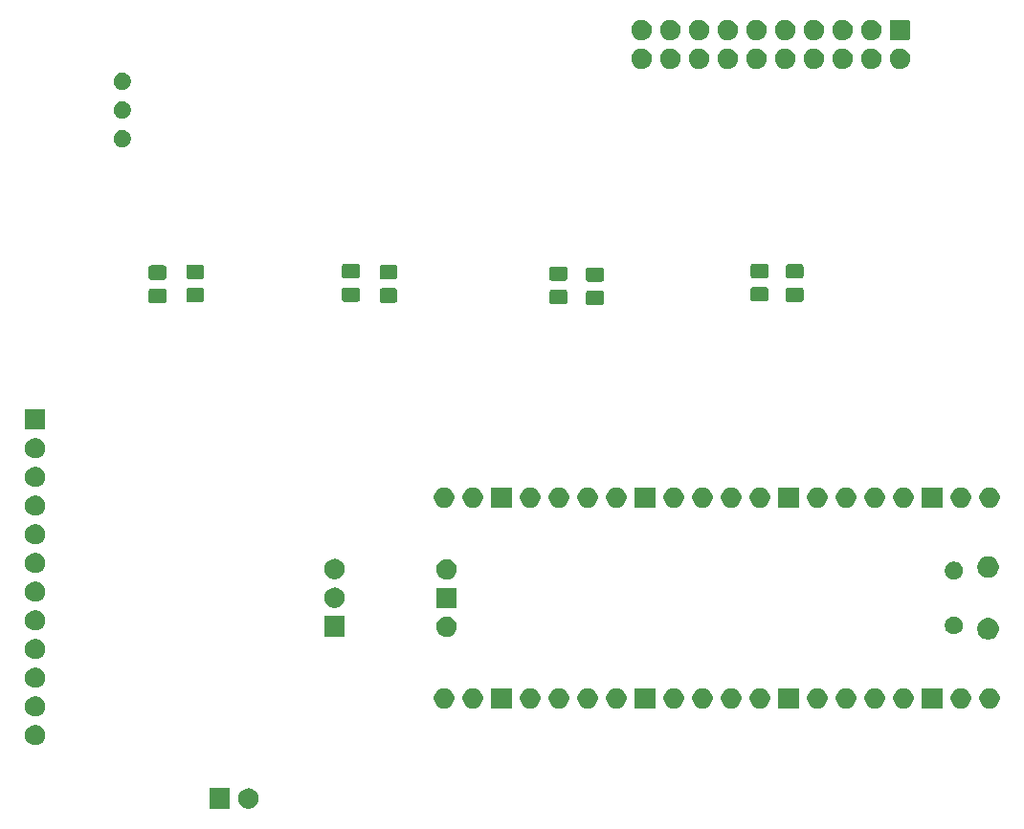
<source format=gbr>
G04 #@! TF.GenerationSoftware,KiCad,Pcbnew,5.1.5+dfsg1-2build2*
G04 #@! TF.CreationDate,2024-06-21T19:04:03+01:00*
G04 #@! TF.ProjectId,desktop_esc,6465736b-746f-4705-9f65-73632e6b6963,rev?*
G04 #@! TF.SameCoordinates,Original*
G04 #@! TF.FileFunction,Soldermask,Bot*
G04 #@! TF.FilePolarity,Negative*
%FSLAX46Y46*%
G04 Gerber Fmt 4.6, Leading zero omitted, Abs format (unit mm)*
G04 Created by KiCad (PCBNEW 5.1.5+dfsg1-2build2) date 2024-06-21 19:04:03*
%MOMM*%
%LPD*%
G04 APERTURE LIST*
%ADD10C,0.100000*%
G04 APERTURE END LIST*
D10*
G36*
X118985512Y-129659927D02*
G01*
X119134812Y-129689624D01*
X119298784Y-129757544D01*
X119446354Y-129856147D01*
X119571853Y-129981646D01*
X119670456Y-130129216D01*
X119738376Y-130293188D01*
X119773000Y-130467259D01*
X119773000Y-130644741D01*
X119738376Y-130818812D01*
X119670456Y-130982784D01*
X119571853Y-131130354D01*
X119446354Y-131255853D01*
X119298784Y-131354456D01*
X119134812Y-131422376D01*
X118985512Y-131452073D01*
X118960742Y-131457000D01*
X118783258Y-131457000D01*
X118758488Y-131452073D01*
X118609188Y-131422376D01*
X118445216Y-131354456D01*
X118297646Y-131255853D01*
X118172147Y-131130354D01*
X118073544Y-130982784D01*
X118005624Y-130818812D01*
X117971000Y-130644741D01*
X117971000Y-130467259D01*
X118005624Y-130293188D01*
X118073544Y-130129216D01*
X118172147Y-129981646D01*
X118297646Y-129856147D01*
X118445216Y-129757544D01*
X118609188Y-129689624D01*
X118758488Y-129659927D01*
X118783258Y-129655000D01*
X118960742Y-129655000D01*
X118985512Y-129659927D01*
G37*
G36*
X117233000Y-131457000D02*
G01*
X115431000Y-131457000D01*
X115431000Y-129655000D01*
X117233000Y-129655000D01*
X117233000Y-131457000D01*
G37*
G36*
X100113512Y-124043927D02*
G01*
X100262812Y-124073624D01*
X100426784Y-124141544D01*
X100574354Y-124240147D01*
X100699853Y-124365646D01*
X100798456Y-124513216D01*
X100866376Y-124677188D01*
X100901000Y-124851259D01*
X100901000Y-125028741D01*
X100866376Y-125202812D01*
X100798456Y-125366784D01*
X100699853Y-125514354D01*
X100574354Y-125639853D01*
X100426784Y-125738456D01*
X100262812Y-125806376D01*
X100113512Y-125836073D01*
X100088742Y-125841000D01*
X99911258Y-125841000D01*
X99886488Y-125836073D01*
X99737188Y-125806376D01*
X99573216Y-125738456D01*
X99425646Y-125639853D01*
X99300147Y-125514354D01*
X99201544Y-125366784D01*
X99133624Y-125202812D01*
X99099000Y-125028741D01*
X99099000Y-124851259D01*
X99133624Y-124677188D01*
X99201544Y-124513216D01*
X99300147Y-124365646D01*
X99425646Y-124240147D01*
X99573216Y-124141544D01*
X99737188Y-124073624D01*
X99886488Y-124043927D01*
X99911258Y-124039000D01*
X100088742Y-124039000D01*
X100113512Y-124043927D01*
G37*
G36*
X100113512Y-121503927D02*
G01*
X100262812Y-121533624D01*
X100426784Y-121601544D01*
X100574354Y-121700147D01*
X100699853Y-121825646D01*
X100798456Y-121973216D01*
X100866376Y-122137188D01*
X100901000Y-122311259D01*
X100901000Y-122488741D01*
X100866376Y-122662812D01*
X100798456Y-122826784D01*
X100699853Y-122974354D01*
X100574354Y-123099853D01*
X100426784Y-123198456D01*
X100262812Y-123266376D01*
X100113512Y-123296073D01*
X100088742Y-123301000D01*
X99911258Y-123301000D01*
X99886488Y-123296073D01*
X99737188Y-123266376D01*
X99573216Y-123198456D01*
X99425646Y-123099853D01*
X99300147Y-122974354D01*
X99201544Y-122826784D01*
X99133624Y-122662812D01*
X99099000Y-122488741D01*
X99099000Y-122311259D01*
X99133624Y-122137188D01*
X99201544Y-121973216D01*
X99300147Y-121825646D01*
X99425646Y-121700147D01*
X99573216Y-121601544D01*
X99737188Y-121533624D01*
X99886488Y-121503927D01*
X99911258Y-121499000D01*
X100088742Y-121499000D01*
X100113512Y-121503927D01*
G37*
G36*
X184543512Y-120793927D02*
G01*
X184692812Y-120823624D01*
X184856784Y-120891544D01*
X185004354Y-120990147D01*
X185129853Y-121115646D01*
X185228456Y-121263216D01*
X185296376Y-121427188D01*
X185331000Y-121601259D01*
X185331000Y-121778741D01*
X185296376Y-121952812D01*
X185228456Y-122116784D01*
X185129853Y-122264354D01*
X185004354Y-122389853D01*
X184856784Y-122488456D01*
X184692812Y-122556376D01*
X184543512Y-122586073D01*
X184518742Y-122591000D01*
X184341258Y-122591000D01*
X184316488Y-122586073D01*
X184167188Y-122556376D01*
X184003216Y-122488456D01*
X183855646Y-122389853D01*
X183730147Y-122264354D01*
X183631544Y-122116784D01*
X183563624Y-121952812D01*
X183529000Y-121778741D01*
X183529000Y-121601259D01*
X183563624Y-121427188D01*
X183631544Y-121263216D01*
X183730147Y-121115646D01*
X183855646Y-120990147D01*
X184003216Y-120891544D01*
X184167188Y-120823624D01*
X184316488Y-120793927D01*
X184341258Y-120789000D01*
X184518742Y-120789000D01*
X184543512Y-120793927D01*
G37*
G36*
X142151000Y-122591000D02*
G01*
X140349000Y-122591000D01*
X140349000Y-120789000D01*
X142151000Y-120789000D01*
X142151000Y-122591000D01*
G37*
G36*
X143903512Y-120793927D02*
G01*
X144052812Y-120823624D01*
X144216784Y-120891544D01*
X144364354Y-120990147D01*
X144489853Y-121115646D01*
X144588456Y-121263216D01*
X144656376Y-121427188D01*
X144691000Y-121601259D01*
X144691000Y-121778741D01*
X144656376Y-121952812D01*
X144588456Y-122116784D01*
X144489853Y-122264354D01*
X144364354Y-122389853D01*
X144216784Y-122488456D01*
X144052812Y-122556376D01*
X143903512Y-122586073D01*
X143878742Y-122591000D01*
X143701258Y-122591000D01*
X143676488Y-122586073D01*
X143527188Y-122556376D01*
X143363216Y-122488456D01*
X143215646Y-122389853D01*
X143090147Y-122264354D01*
X142991544Y-122116784D01*
X142923624Y-121952812D01*
X142889000Y-121778741D01*
X142889000Y-121601259D01*
X142923624Y-121427188D01*
X142991544Y-121263216D01*
X143090147Y-121115646D01*
X143215646Y-120990147D01*
X143363216Y-120891544D01*
X143527188Y-120823624D01*
X143676488Y-120793927D01*
X143701258Y-120789000D01*
X143878742Y-120789000D01*
X143903512Y-120793927D01*
G37*
G36*
X146443512Y-120793927D02*
G01*
X146592812Y-120823624D01*
X146756784Y-120891544D01*
X146904354Y-120990147D01*
X147029853Y-121115646D01*
X147128456Y-121263216D01*
X147196376Y-121427188D01*
X147231000Y-121601259D01*
X147231000Y-121778741D01*
X147196376Y-121952812D01*
X147128456Y-122116784D01*
X147029853Y-122264354D01*
X146904354Y-122389853D01*
X146756784Y-122488456D01*
X146592812Y-122556376D01*
X146443512Y-122586073D01*
X146418742Y-122591000D01*
X146241258Y-122591000D01*
X146216488Y-122586073D01*
X146067188Y-122556376D01*
X145903216Y-122488456D01*
X145755646Y-122389853D01*
X145630147Y-122264354D01*
X145531544Y-122116784D01*
X145463624Y-121952812D01*
X145429000Y-121778741D01*
X145429000Y-121601259D01*
X145463624Y-121427188D01*
X145531544Y-121263216D01*
X145630147Y-121115646D01*
X145755646Y-120990147D01*
X145903216Y-120891544D01*
X146067188Y-120823624D01*
X146216488Y-120793927D01*
X146241258Y-120789000D01*
X146418742Y-120789000D01*
X146443512Y-120793927D01*
G37*
G36*
X148983512Y-120793927D02*
G01*
X149132812Y-120823624D01*
X149296784Y-120891544D01*
X149444354Y-120990147D01*
X149569853Y-121115646D01*
X149668456Y-121263216D01*
X149736376Y-121427188D01*
X149771000Y-121601259D01*
X149771000Y-121778741D01*
X149736376Y-121952812D01*
X149668456Y-122116784D01*
X149569853Y-122264354D01*
X149444354Y-122389853D01*
X149296784Y-122488456D01*
X149132812Y-122556376D01*
X148983512Y-122586073D01*
X148958742Y-122591000D01*
X148781258Y-122591000D01*
X148756488Y-122586073D01*
X148607188Y-122556376D01*
X148443216Y-122488456D01*
X148295646Y-122389853D01*
X148170147Y-122264354D01*
X148071544Y-122116784D01*
X148003624Y-121952812D01*
X147969000Y-121778741D01*
X147969000Y-121601259D01*
X148003624Y-121427188D01*
X148071544Y-121263216D01*
X148170147Y-121115646D01*
X148295646Y-120990147D01*
X148443216Y-120891544D01*
X148607188Y-120823624D01*
X148756488Y-120793927D01*
X148781258Y-120789000D01*
X148958742Y-120789000D01*
X148983512Y-120793927D01*
G37*
G36*
X151523512Y-120793927D02*
G01*
X151672812Y-120823624D01*
X151836784Y-120891544D01*
X151984354Y-120990147D01*
X152109853Y-121115646D01*
X152208456Y-121263216D01*
X152276376Y-121427188D01*
X152311000Y-121601259D01*
X152311000Y-121778741D01*
X152276376Y-121952812D01*
X152208456Y-122116784D01*
X152109853Y-122264354D01*
X151984354Y-122389853D01*
X151836784Y-122488456D01*
X151672812Y-122556376D01*
X151523512Y-122586073D01*
X151498742Y-122591000D01*
X151321258Y-122591000D01*
X151296488Y-122586073D01*
X151147188Y-122556376D01*
X150983216Y-122488456D01*
X150835646Y-122389853D01*
X150710147Y-122264354D01*
X150611544Y-122116784D01*
X150543624Y-121952812D01*
X150509000Y-121778741D01*
X150509000Y-121601259D01*
X150543624Y-121427188D01*
X150611544Y-121263216D01*
X150710147Y-121115646D01*
X150835646Y-120990147D01*
X150983216Y-120891544D01*
X151147188Y-120823624D01*
X151296488Y-120793927D01*
X151321258Y-120789000D01*
X151498742Y-120789000D01*
X151523512Y-120793927D01*
G37*
G36*
X154851000Y-122591000D02*
G01*
X153049000Y-122591000D01*
X153049000Y-120789000D01*
X154851000Y-120789000D01*
X154851000Y-122591000D01*
G37*
G36*
X156603512Y-120793927D02*
G01*
X156752812Y-120823624D01*
X156916784Y-120891544D01*
X157064354Y-120990147D01*
X157189853Y-121115646D01*
X157288456Y-121263216D01*
X157356376Y-121427188D01*
X157391000Y-121601259D01*
X157391000Y-121778741D01*
X157356376Y-121952812D01*
X157288456Y-122116784D01*
X157189853Y-122264354D01*
X157064354Y-122389853D01*
X156916784Y-122488456D01*
X156752812Y-122556376D01*
X156603512Y-122586073D01*
X156578742Y-122591000D01*
X156401258Y-122591000D01*
X156376488Y-122586073D01*
X156227188Y-122556376D01*
X156063216Y-122488456D01*
X155915646Y-122389853D01*
X155790147Y-122264354D01*
X155691544Y-122116784D01*
X155623624Y-121952812D01*
X155589000Y-121778741D01*
X155589000Y-121601259D01*
X155623624Y-121427188D01*
X155691544Y-121263216D01*
X155790147Y-121115646D01*
X155915646Y-120990147D01*
X156063216Y-120891544D01*
X156227188Y-120823624D01*
X156376488Y-120793927D01*
X156401258Y-120789000D01*
X156578742Y-120789000D01*
X156603512Y-120793927D01*
G37*
G36*
X159143512Y-120793927D02*
G01*
X159292812Y-120823624D01*
X159456784Y-120891544D01*
X159604354Y-120990147D01*
X159729853Y-121115646D01*
X159828456Y-121263216D01*
X159896376Y-121427188D01*
X159931000Y-121601259D01*
X159931000Y-121778741D01*
X159896376Y-121952812D01*
X159828456Y-122116784D01*
X159729853Y-122264354D01*
X159604354Y-122389853D01*
X159456784Y-122488456D01*
X159292812Y-122556376D01*
X159143512Y-122586073D01*
X159118742Y-122591000D01*
X158941258Y-122591000D01*
X158916488Y-122586073D01*
X158767188Y-122556376D01*
X158603216Y-122488456D01*
X158455646Y-122389853D01*
X158330147Y-122264354D01*
X158231544Y-122116784D01*
X158163624Y-121952812D01*
X158129000Y-121778741D01*
X158129000Y-121601259D01*
X158163624Y-121427188D01*
X158231544Y-121263216D01*
X158330147Y-121115646D01*
X158455646Y-120990147D01*
X158603216Y-120891544D01*
X158767188Y-120823624D01*
X158916488Y-120793927D01*
X158941258Y-120789000D01*
X159118742Y-120789000D01*
X159143512Y-120793927D01*
G37*
G36*
X161683512Y-120793927D02*
G01*
X161832812Y-120823624D01*
X161996784Y-120891544D01*
X162144354Y-120990147D01*
X162269853Y-121115646D01*
X162368456Y-121263216D01*
X162436376Y-121427188D01*
X162471000Y-121601259D01*
X162471000Y-121778741D01*
X162436376Y-121952812D01*
X162368456Y-122116784D01*
X162269853Y-122264354D01*
X162144354Y-122389853D01*
X161996784Y-122488456D01*
X161832812Y-122556376D01*
X161683512Y-122586073D01*
X161658742Y-122591000D01*
X161481258Y-122591000D01*
X161456488Y-122586073D01*
X161307188Y-122556376D01*
X161143216Y-122488456D01*
X160995646Y-122389853D01*
X160870147Y-122264354D01*
X160771544Y-122116784D01*
X160703624Y-121952812D01*
X160669000Y-121778741D01*
X160669000Y-121601259D01*
X160703624Y-121427188D01*
X160771544Y-121263216D01*
X160870147Y-121115646D01*
X160995646Y-120990147D01*
X161143216Y-120891544D01*
X161307188Y-120823624D01*
X161456488Y-120793927D01*
X161481258Y-120789000D01*
X161658742Y-120789000D01*
X161683512Y-120793927D01*
G37*
G36*
X138823512Y-120793927D02*
G01*
X138972812Y-120823624D01*
X139136784Y-120891544D01*
X139284354Y-120990147D01*
X139409853Y-121115646D01*
X139508456Y-121263216D01*
X139576376Y-121427188D01*
X139611000Y-121601259D01*
X139611000Y-121778741D01*
X139576376Y-121952812D01*
X139508456Y-122116784D01*
X139409853Y-122264354D01*
X139284354Y-122389853D01*
X139136784Y-122488456D01*
X138972812Y-122556376D01*
X138823512Y-122586073D01*
X138798742Y-122591000D01*
X138621258Y-122591000D01*
X138596488Y-122586073D01*
X138447188Y-122556376D01*
X138283216Y-122488456D01*
X138135646Y-122389853D01*
X138010147Y-122264354D01*
X137911544Y-122116784D01*
X137843624Y-121952812D01*
X137809000Y-121778741D01*
X137809000Y-121601259D01*
X137843624Y-121427188D01*
X137911544Y-121263216D01*
X138010147Y-121115646D01*
X138135646Y-120990147D01*
X138283216Y-120891544D01*
X138447188Y-120823624D01*
X138596488Y-120793927D01*
X138621258Y-120789000D01*
X138798742Y-120789000D01*
X138823512Y-120793927D01*
G37*
G36*
X167551000Y-122591000D02*
G01*
X165749000Y-122591000D01*
X165749000Y-120789000D01*
X167551000Y-120789000D01*
X167551000Y-122591000D01*
G37*
G36*
X169303512Y-120793927D02*
G01*
X169452812Y-120823624D01*
X169616784Y-120891544D01*
X169764354Y-120990147D01*
X169889853Y-121115646D01*
X169988456Y-121263216D01*
X170056376Y-121427188D01*
X170091000Y-121601259D01*
X170091000Y-121778741D01*
X170056376Y-121952812D01*
X169988456Y-122116784D01*
X169889853Y-122264354D01*
X169764354Y-122389853D01*
X169616784Y-122488456D01*
X169452812Y-122556376D01*
X169303512Y-122586073D01*
X169278742Y-122591000D01*
X169101258Y-122591000D01*
X169076488Y-122586073D01*
X168927188Y-122556376D01*
X168763216Y-122488456D01*
X168615646Y-122389853D01*
X168490147Y-122264354D01*
X168391544Y-122116784D01*
X168323624Y-121952812D01*
X168289000Y-121778741D01*
X168289000Y-121601259D01*
X168323624Y-121427188D01*
X168391544Y-121263216D01*
X168490147Y-121115646D01*
X168615646Y-120990147D01*
X168763216Y-120891544D01*
X168927188Y-120823624D01*
X169076488Y-120793927D01*
X169101258Y-120789000D01*
X169278742Y-120789000D01*
X169303512Y-120793927D01*
G37*
G36*
X171843512Y-120793927D02*
G01*
X171992812Y-120823624D01*
X172156784Y-120891544D01*
X172304354Y-120990147D01*
X172429853Y-121115646D01*
X172528456Y-121263216D01*
X172596376Y-121427188D01*
X172631000Y-121601259D01*
X172631000Y-121778741D01*
X172596376Y-121952812D01*
X172528456Y-122116784D01*
X172429853Y-122264354D01*
X172304354Y-122389853D01*
X172156784Y-122488456D01*
X171992812Y-122556376D01*
X171843512Y-122586073D01*
X171818742Y-122591000D01*
X171641258Y-122591000D01*
X171616488Y-122586073D01*
X171467188Y-122556376D01*
X171303216Y-122488456D01*
X171155646Y-122389853D01*
X171030147Y-122264354D01*
X170931544Y-122116784D01*
X170863624Y-121952812D01*
X170829000Y-121778741D01*
X170829000Y-121601259D01*
X170863624Y-121427188D01*
X170931544Y-121263216D01*
X171030147Y-121115646D01*
X171155646Y-120990147D01*
X171303216Y-120891544D01*
X171467188Y-120823624D01*
X171616488Y-120793927D01*
X171641258Y-120789000D01*
X171818742Y-120789000D01*
X171843512Y-120793927D01*
G37*
G36*
X174383512Y-120793927D02*
G01*
X174532812Y-120823624D01*
X174696784Y-120891544D01*
X174844354Y-120990147D01*
X174969853Y-121115646D01*
X175068456Y-121263216D01*
X175136376Y-121427188D01*
X175171000Y-121601259D01*
X175171000Y-121778741D01*
X175136376Y-121952812D01*
X175068456Y-122116784D01*
X174969853Y-122264354D01*
X174844354Y-122389853D01*
X174696784Y-122488456D01*
X174532812Y-122556376D01*
X174383512Y-122586073D01*
X174358742Y-122591000D01*
X174181258Y-122591000D01*
X174156488Y-122586073D01*
X174007188Y-122556376D01*
X173843216Y-122488456D01*
X173695646Y-122389853D01*
X173570147Y-122264354D01*
X173471544Y-122116784D01*
X173403624Y-121952812D01*
X173369000Y-121778741D01*
X173369000Y-121601259D01*
X173403624Y-121427188D01*
X173471544Y-121263216D01*
X173570147Y-121115646D01*
X173695646Y-120990147D01*
X173843216Y-120891544D01*
X174007188Y-120823624D01*
X174156488Y-120793927D01*
X174181258Y-120789000D01*
X174358742Y-120789000D01*
X174383512Y-120793927D01*
G37*
G36*
X176923512Y-120793927D02*
G01*
X177072812Y-120823624D01*
X177236784Y-120891544D01*
X177384354Y-120990147D01*
X177509853Y-121115646D01*
X177608456Y-121263216D01*
X177676376Y-121427188D01*
X177711000Y-121601259D01*
X177711000Y-121778741D01*
X177676376Y-121952812D01*
X177608456Y-122116784D01*
X177509853Y-122264354D01*
X177384354Y-122389853D01*
X177236784Y-122488456D01*
X177072812Y-122556376D01*
X176923512Y-122586073D01*
X176898742Y-122591000D01*
X176721258Y-122591000D01*
X176696488Y-122586073D01*
X176547188Y-122556376D01*
X176383216Y-122488456D01*
X176235646Y-122389853D01*
X176110147Y-122264354D01*
X176011544Y-122116784D01*
X175943624Y-121952812D01*
X175909000Y-121778741D01*
X175909000Y-121601259D01*
X175943624Y-121427188D01*
X176011544Y-121263216D01*
X176110147Y-121115646D01*
X176235646Y-120990147D01*
X176383216Y-120891544D01*
X176547188Y-120823624D01*
X176696488Y-120793927D01*
X176721258Y-120789000D01*
X176898742Y-120789000D01*
X176923512Y-120793927D01*
G37*
G36*
X180251000Y-122591000D02*
G01*
X178449000Y-122591000D01*
X178449000Y-120789000D01*
X180251000Y-120789000D01*
X180251000Y-122591000D01*
G37*
G36*
X182003512Y-120793927D02*
G01*
X182152812Y-120823624D01*
X182316784Y-120891544D01*
X182464354Y-120990147D01*
X182589853Y-121115646D01*
X182688456Y-121263216D01*
X182756376Y-121427188D01*
X182791000Y-121601259D01*
X182791000Y-121778741D01*
X182756376Y-121952812D01*
X182688456Y-122116784D01*
X182589853Y-122264354D01*
X182464354Y-122389853D01*
X182316784Y-122488456D01*
X182152812Y-122556376D01*
X182003512Y-122586073D01*
X181978742Y-122591000D01*
X181801258Y-122591000D01*
X181776488Y-122586073D01*
X181627188Y-122556376D01*
X181463216Y-122488456D01*
X181315646Y-122389853D01*
X181190147Y-122264354D01*
X181091544Y-122116784D01*
X181023624Y-121952812D01*
X180989000Y-121778741D01*
X180989000Y-121601259D01*
X181023624Y-121427188D01*
X181091544Y-121263216D01*
X181190147Y-121115646D01*
X181315646Y-120990147D01*
X181463216Y-120891544D01*
X181627188Y-120823624D01*
X181776488Y-120793927D01*
X181801258Y-120789000D01*
X181978742Y-120789000D01*
X182003512Y-120793927D01*
G37*
G36*
X136283512Y-120793927D02*
G01*
X136432812Y-120823624D01*
X136596784Y-120891544D01*
X136744354Y-120990147D01*
X136869853Y-121115646D01*
X136968456Y-121263216D01*
X137036376Y-121427188D01*
X137071000Y-121601259D01*
X137071000Y-121778741D01*
X137036376Y-121952812D01*
X136968456Y-122116784D01*
X136869853Y-122264354D01*
X136744354Y-122389853D01*
X136596784Y-122488456D01*
X136432812Y-122556376D01*
X136283512Y-122586073D01*
X136258742Y-122591000D01*
X136081258Y-122591000D01*
X136056488Y-122586073D01*
X135907188Y-122556376D01*
X135743216Y-122488456D01*
X135595646Y-122389853D01*
X135470147Y-122264354D01*
X135371544Y-122116784D01*
X135303624Y-121952812D01*
X135269000Y-121778741D01*
X135269000Y-121601259D01*
X135303624Y-121427188D01*
X135371544Y-121263216D01*
X135470147Y-121115646D01*
X135595646Y-120990147D01*
X135743216Y-120891544D01*
X135907188Y-120823624D01*
X136056488Y-120793927D01*
X136081258Y-120789000D01*
X136258742Y-120789000D01*
X136283512Y-120793927D01*
G37*
G36*
X164223512Y-120793927D02*
G01*
X164372812Y-120823624D01*
X164536784Y-120891544D01*
X164684354Y-120990147D01*
X164809853Y-121115646D01*
X164908456Y-121263216D01*
X164976376Y-121427188D01*
X165011000Y-121601259D01*
X165011000Y-121778741D01*
X164976376Y-121952812D01*
X164908456Y-122116784D01*
X164809853Y-122264354D01*
X164684354Y-122389853D01*
X164536784Y-122488456D01*
X164372812Y-122556376D01*
X164223512Y-122586073D01*
X164198742Y-122591000D01*
X164021258Y-122591000D01*
X163996488Y-122586073D01*
X163847188Y-122556376D01*
X163683216Y-122488456D01*
X163535646Y-122389853D01*
X163410147Y-122264354D01*
X163311544Y-122116784D01*
X163243624Y-121952812D01*
X163209000Y-121778741D01*
X163209000Y-121601259D01*
X163243624Y-121427188D01*
X163311544Y-121263216D01*
X163410147Y-121115646D01*
X163535646Y-120990147D01*
X163683216Y-120891544D01*
X163847188Y-120823624D01*
X163996488Y-120793927D01*
X164021258Y-120789000D01*
X164198742Y-120789000D01*
X164223512Y-120793927D01*
G37*
G36*
X100113512Y-118963927D02*
G01*
X100262812Y-118993624D01*
X100426784Y-119061544D01*
X100574354Y-119160147D01*
X100699853Y-119285646D01*
X100798456Y-119433216D01*
X100866376Y-119597188D01*
X100901000Y-119771259D01*
X100901000Y-119948741D01*
X100866376Y-120122812D01*
X100798456Y-120286784D01*
X100699853Y-120434354D01*
X100574354Y-120559853D01*
X100426784Y-120658456D01*
X100262812Y-120726376D01*
X100113512Y-120756073D01*
X100088742Y-120761000D01*
X99911258Y-120761000D01*
X99886488Y-120756073D01*
X99737188Y-120726376D01*
X99573216Y-120658456D01*
X99425646Y-120559853D01*
X99300147Y-120434354D01*
X99201544Y-120286784D01*
X99133624Y-120122812D01*
X99099000Y-119948741D01*
X99099000Y-119771259D01*
X99133624Y-119597188D01*
X99201544Y-119433216D01*
X99300147Y-119285646D01*
X99425646Y-119160147D01*
X99573216Y-119061544D01*
X99737188Y-118993624D01*
X99886488Y-118963927D01*
X99911258Y-118959000D01*
X100088742Y-118959000D01*
X100113512Y-118963927D01*
G37*
G36*
X100113512Y-116423927D02*
G01*
X100262812Y-116453624D01*
X100426784Y-116521544D01*
X100574354Y-116620147D01*
X100699853Y-116745646D01*
X100798456Y-116893216D01*
X100866376Y-117057188D01*
X100901000Y-117231259D01*
X100901000Y-117408741D01*
X100866376Y-117582812D01*
X100798456Y-117746784D01*
X100699853Y-117894354D01*
X100574354Y-118019853D01*
X100426784Y-118118456D01*
X100262812Y-118186376D01*
X100113512Y-118216073D01*
X100088742Y-118221000D01*
X99911258Y-118221000D01*
X99886488Y-118216073D01*
X99737188Y-118186376D01*
X99573216Y-118118456D01*
X99425646Y-118019853D01*
X99300147Y-117894354D01*
X99201544Y-117746784D01*
X99133624Y-117582812D01*
X99099000Y-117408741D01*
X99099000Y-117231259D01*
X99133624Y-117057188D01*
X99201544Y-116893216D01*
X99300147Y-116745646D01*
X99425646Y-116620147D01*
X99573216Y-116521544D01*
X99737188Y-116453624D01*
X99886488Y-116423927D01*
X99911258Y-116419000D01*
X100088742Y-116419000D01*
X100113512Y-116423927D01*
G37*
G36*
X184577395Y-114610546D02*
G01*
X184750466Y-114682234D01*
X184798594Y-114714392D01*
X184906227Y-114786310D01*
X185038690Y-114918773D01*
X185091081Y-114997182D01*
X185142766Y-115074534D01*
X185214454Y-115247605D01*
X185251000Y-115431333D01*
X185251000Y-115618667D01*
X185214454Y-115802395D01*
X185142766Y-115975466D01*
X185142765Y-115975467D01*
X185038690Y-116131227D01*
X184906227Y-116263690D01*
X184827818Y-116316081D01*
X184750466Y-116367766D01*
X184577395Y-116439454D01*
X184393667Y-116476000D01*
X184206333Y-116476000D01*
X184022605Y-116439454D01*
X183849534Y-116367766D01*
X183772182Y-116316081D01*
X183693773Y-116263690D01*
X183561310Y-116131227D01*
X183457235Y-115975467D01*
X183457234Y-115975466D01*
X183385546Y-115802395D01*
X183349000Y-115618667D01*
X183349000Y-115431333D01*
X183385546Y-115247605D01*
X183457234Y-115074534D01*
X183508919Y-114997182D01*
X183561310Y-114918773D01*
X183693773Y-114786310D01*
X183801406Y-114714392D01*
X183849534Y-114682234D01*
X184022605Y-114610546D01*
X184206333Y-114574000D01*
X184393667Y-114574000D01*
X184577395Y-114610546D01*
G37*
G36*
X136513512Y-114443927D02*
G01*
X136662812Y-114473624D01*
X136826784Y-114541544D01*
X136974354Y-114640147D01*
X137099853Y-114765646D01*
X137198456Y-114913216D01*
X137266376Y-115077188D01*
X137296073Y-115226488D01*
X137301000Y-115251258D01*
X137301000Y-115428742D01*
X137300484Y-115431335D01*
X137266376Y-115602812D01*
X137198456Y-115766784D01*
X137099853Y-115914354D01*
X136974354Y-116039853D01*
X136826784Y-116138456D01*
X136662812Y-116206376D01*
X136513512Y-116236073D01*
X136488742Y-116241000D01*
X136311258Y-116241000D01*
X136286488Y-116236073D01*
X136137188Y-116206376D01*
X135973216Y-116138456D01*
X135825646Y-116039853D01*
X135700147Y-115914354D01*
X135601544Y-115766784D01*
X135533624Y-115602812D01*
X135499516Y-115431335D01*
X135499000Y-115428742D01*
X135499000Y-115251258D01*
X135503927Y-115226488D01*
X135533624Y-115077188D01*
X135601544Y-114913216D01*
X135700147Y-114765646D01*
X135825646Y-114640147D01*
X135973216Y-114541544D01*
X136137188Y-114473624D01*
X136286488Y-114443927D01*
X136311258Y-114439000D01*
X136488742Y-114439000D01*
X136513512Y-114443927D01*
G37*
G36*
X127393000Y-116217000D02*
G01*
X125591000Y-116217000D01*
X125591000Y-114415000D01*
X127393000Y-114415000D01*
X127393000Y-116217000D01*
G37*
G36*
X181503642Y-114454781D02*
G01*
X181649414Y-114515162D01*
X181649416Y-114515163D01*
X181780608Y-114602822D01*
X181892178Y-114714392D01*
X181979837Y-114845584D01*
X181979838Y-114845586D01*
X182040219Y-114991358D01*
X182071000Y-115146107D01*
X182071000Y-115303893D01*
X182040219Y-115458642D01*
X181979838Y-115604414D01*
X181979837Y-115604416D01*
X181892178Y-115735608D01*
X181780608Y-115847178D01*
X181649416Y-115934837D01*
X181649415Y-115934838D01*
X181649414Y-115934838D01*
X181503642Y-115995219D01*
X181348893Y-116026000D01*
X181191107Y-116026000D01*
X181036358Y-115995219D01*
X180890586Y-115934838D01*
X180890585Y-115934838D01*
X180890584Y-115934837D01*
X180759392Y-115847178D01*
X180647822Y-115735608D01*
X180560163Y-115604416D01*
X180560162Y-115604414D01*
X180499781Y-115458642D01*
X180469000Y-115303893D01*
X180469000Y-115146107D01*
X180499781Y-114991358D01*
X180560162Y-114845586D01*
X180560163Y-114845584D01*
X180647822Y-114714392D01*
X180759392Y-114602822D01*
X180890584Y-114515163D01*
X180890586Y-114515162D01*
X181036358Y-114454781D01*
X181191107Y-114424000D01*
X181348893Y-114424000D01*
X181503642Y-114454781D01*
G37*
G36*
X100113512Y-113883927D02*
G01*
X100262812Y-113913624D01*
X100426784Y-113981544D01*
X100574354Y-114080147D01*
X100699853Y-114205646D01*
X100798456Y-114353216D01*
X100866376Y-114517188D01*
X100901000Y-114691259D01*
X100901000Y-114868741D01*
X100866376Y-115042812D01*
X100798456Y-115206784D01*
X100699853Y-115354354D01*
X100574354Y-115479853D01*
X100426784Y-115578456D01*
X100262812Y-115646376D01*
X100113512Y-115676073D01*
X100088742Y-115681000D01*
X99911258Y-115681000D01*
X99886488Y-115676073D01*
X99737188Y-115646376D01*
X99573216Y-115578456D01*
X99425646Y-115479853D01*
X99300147Y-115354354D01*
X99201544Y-115206784D01*
X99133624Y-115042812D01*
X99099000Y-114868741D01*
X99099000Y-114691259D01*
X99133624Y-114517188D01*
X99201544Y-114353216D01*
X99300147Y-114205646D01*
X99425646Y-114080147D01*
X99573216Y-113981544D01*
X99737188Y-113913624D01*
X99886488Y-113883927D01*
X99911258Y-113879000D01*
X100088742Y-113879000D01*
X100113512Y-113883927D01*
G37*
G36*
X137301000Y-113701000D02*
G01*
X135499000Y-113701000D01*
X135499000Y-111899000D01*
X137301000Y-111899000D01*
X137301000Y-113701000D01*
G37*
G36*
X126605512Y-111879927D02*
G01*
X126754812Y-111909624D01*
X126918784Y-111977544D01*
X127066354Y-112076147D01*
X127191853Y-112201646D01*
X127290456Y-112349216D01*
X127358376Y-112513188D01*
X127393000Y-112687259D01*
X127393000Y-112864741D01*
X127358376Y-113038812D01*
X127290456Y-113202784D01*
X127191853Y-113350354D01*
X127066354Y-113475853D01*
X126918784Y-113574456D01*
X126754812Y-113642376D01*
X126605512Y-113672073D01*
X126580742Y-113677000D01*
X126403258Y-113677000D01*
X126378488Y-113672073D01*
X126229188Y-113642376D01*
X126065216Y-113574456D01*
X125917646Y-113475853D01*
X125792147Y-113350354D01*
X125693544Y-113202784D01*
X125625624Y-113038812D01*
X125591000Y-112864741D01*
X125591000Y-112687259D01*
X125625624Y-112513188D01*
X125693544Y-112349216D01*
X125792147Y-112201646D01*
X125917646Y-112076147D01*
X126065216Y-111977544D01*
X126229188Y-111909624D01*
X126378488Y-111879927D01*
X126403258Y-111875000D01*
X126580742Y-111875000D01*
X126605512Y-111879927D01*
G37*
G36*
X100113512Y-111343927D02*
G01*
X100262812Y-111373624D01*
X100426784Y-111441544D01*
X100574354Y-111540147D01*
X100699853Y-111665646D01*
X100798456Y-111813216D01*
X100866376Y-111977188D01*
X100901000Y-112151259D01*
X100901000Y-112328741D01*
X100866376Y-112502812D01*
X100798456Y-112666784D01*
X100699853Y-112814354D01*
X100574354Y-112939853D01*
X100426784Y-113038456D01*
X100262812Y-113106376D01*
X100113512Y-113136073D01*
X100088742Y-113141000D01*
X99911258Y-113141000D01*
X99886488Y-113136073D01*
X99737188Y-113106376D01*
X99573216Y-113038456D01*
X99425646Y-112939853D01*
X99300147Y-112814354D01*
X99201544Y-112666784D01*
X99133624Y-112502812D01*
X99099000Y-112328741D01*
X99099000Y-112151259D01*
X99133624Y-111977188D01*
X99201544Y-111813216D01*
X99300147Y-111665646D01*
X99425646Y-111540147D01*
X99573216Y-111441544D01*
X99737188Y-111373624D01*
X99886488Y-111343927D01*
X99911258Y-111339000D01*
X100088742Y-111339000D01*
X100113512Y-111343927D01*
G37*
G36*
X181503642Y-109604781D02*
G01*
X181640928Y-109661647D01*
X181649416Y-109665163D01*
X181780608Y-109752822D01*
X181892178Y-109864392D01*
X181970316Y-109981335D01*
X181979838Y-109995586D01*
X182040219Y-110141358D01*
X182071000Y-110296107D01*
X182071000Y-110453893D01*
X182040219Y-110608642D01*
X182010154Y-110681225D01*
X181979837Y-110754416D01*
X181892178Y-110885608D01*
X181780608Y-110997178D01*
X181649416Y-111084837D01*
X181649415Y-111084838D01*
X181649414Y-111084838D01*
X181503642Y-111145219D01*
X181348893Y-111176000D01*
X181191107Y-111176000D01*
X181036358Y-111145219D01*
X180890586Y-111084838D01*
X180890585Y-111084838D01*
X180890584Y-111084837D01*
X180759392Y-110997178D01*
X180647822Y-110885608D01*
X180560163Y-110754416D01*
X180529846Y-110681225D01*
X180499781Y-110608642D01*
X180469000Y-110453893D01*
X180469000Y-110296107D01*
X180499781Y-110141358D01*
X180560162Y-109995586D01*
X180569684Y-109981335D01*
X180647822Y-109864392D01*
X180759392Y-109752822D01*
X180890584Y-109665163D01*
X180899072Y-109661647D01*
X181036358Y-109604781D01*
X181191107Y-109574000D01*
X181348893Y-109574000D01*
X181503642Y-109604781D01*
G37*
G36*
X136513512Y-109363927D02*
G01*
X136662812Y-109393624D01*
X136826784Y-109461544D01*
X136974354Y-109560147D01*
X137099853Y-109685646D01*
X137198456Y-109833216D01*
X137266376Y-109997188D01*
X137295052Y-110141357D01*
X137300485Y-110168667D01*
X137301000Y-110171259D01*
X137301000Y-110348741D01*
X137266376Y-110522812D01*
X137198456Y-110686784D01*
X137099853Y-110834354D01*
X136974354Y-110959853D01*
X136826784Y-111058456D01*
X136662812Y-111126376D01*
X136513512Y-111156073D01*
X136488742Y-111161000D01*
X136311258Y-111161000D01*
X136286488Y-111156073D01*
X136137188Y-111126376D01*
X135973216Y-111058456D01*
X135825646Y-110959853D01*
X135700147Y-110834354D01*
X135601544Y-110686784D01*
X135533624Y-110522812D01*
X135499000Y-110348741D01*
X135499000Y-110171259D01*
X135499516Y-110168667D01*
X135504948Y-110141357D01*
X135533624Y-109997188D01*
X135601544Y-109833216D01*
X135700147Y-109685646D01*
X135825646Y-109560147D01*
X135973216Y-109461544D01*
X136137188Y-109393624D01*
X136286488Y-109363927D01*
X136311258Y-109359000D01*
X136488742Y-109359000D01*
X136513512Y-109363927D01*
G37*
G36*
X126605512Y-109339927D02*
G01*
X126754812Y-109369624D01*
X126918784Y-109437544D01*
X127066354Y-109536147D01*
X127191853Y-109661646D01*
X127290456Y-109809216D01*
X127358376Y-109973188D01*
X127393000Y-110147259D01*
X127393000Y-110324741D01*
X127358376Y-110498812D01*
X127290456Y-110662784D01*
X127191853Y-110810354D01*
X127066354Y-110935853D01*
X126918784Y-111034456D01*
X126754812Y-111102376D01*
X126605512Y-111132073D01*
X126580742Y-111137000D01*
X126403258Y-111137000D01*
X126378488Y-111132073D01*
X126229188Y-111102376D01*
X126065216Y-111034456D01*
X125917646Y-110935853D01*
X125792147Y-110810354D01*
X125693544Y-110662784D01*
X125625624Y-110498812D01*
X125591000Y-110324741D01*
X125591000Y-110147259D01*
X125625624Y-109973188D01*
X125693544Y-109809216D01*
X125792147Y-109661646D01*
X125917646Y-109536147D01*
X126065216Y-109437544D01*
X126229188Y-109369624D01*
X126378488Y-109339927D01*
X126403258Y-109335000D01*
X126580742Y-109335000D01*
X126605512Y-109339927D01*
G37*
G36*
X184577395Y-109160546D02*
G01*
X184750466Y-109232234D01*
X184750467Y-109232235D01*
X184906227Y-109336310D01*
X185038690Y-109468773D01*
X185038691Y-109468775D01*
X185142766Y-109624534D01*
X185214454Y-109797605D01*
X185251000Y-109981333D01*
X185251000Y-110168667D01*
X185214454Y-110352395D01*
X185142766Y-110525466D01*
X185142765Y-110525467D01*
X185038690Y-110681227D01*
X184906227Y-110813690D01*
X184875302Y-110834353D01*
X184750466Y-110917766D01*
X184577395Y-110989454D01*
X184393667Y-111026000D01*
X184206333Y-111026000D01*
X184022605Y-110989454D01*
X183849534Y-110917766D01*
X183724698Y-110834353D01*
X183693773Y-110813690D01*
X183561310Y-110681227D01*
X183457235Y-110525467D01*
X183457234Y-110525466D01*
X183385546Y-110352395D01*
X183349000Y-110168667D01*
X183349000Y-109981333D01*
X183385546Y-109797605D01*
X183457234Y-109624534D01*
X183561309Y-109468775D01*
X183561310Y-109468773D01*
X183693773Y-109336310D01*
X183849533Y-109232235D01*
X183849534Y-109232234D01*
X184022605Y-109160546D01*
X184206333Y-109124000D01*
X184393667Y-109124000D01*
X184577395Y-109160546D01*
G37*
G36*
X100113512Y-108803927D02*
G01*
X100262812Y-108833624D01*
X100426784Y-108901544D01*
X100574354Y-109000147D01*
X100699853Y-109125646D01*
X100798456Y-109273216D01*
X100866376Y-109437188D01*
X100893589Y-109574000D01*
X100899712Y-109604781D01*
X100901000Y-109611259D01*
X100901000Y-109788741D01*
X100866376Y-109962812D01*
X100798456Y-110126784D01*
X100699853Y-110274354D01*
X100574354Y-110399853D01*
X100426784Y-110498456D01*
X100262812Y-110566376D01*
X100113512Y-110596073D01*
X100088742Y-110601000D01*
X99911258Y-110601000D01*
X99886488Y-110596073D01*
X99737188Y-110566376D01*
X99573216Y-110498456D01*
X99425646Y-110399853D01*
X99300147Y-110274354D01*
X99201544Y-110126784D01*
X99133624Y-109962812D01*
X99099000Y-109788741D01*
X99099000Y-109611259D01*
X99100289Y-109604781D01*
X99106411Y-109574000D01*
X99133624Y-109437188D01*
X99201544Y-109273216D01*
X99300147Y-109125646D01*
X99425646Y-109000147D01*
X99573216Y-108901544D01*
X99737188Y-108833624D01*
X99886488Y-108803927D01*
X99911258Y-108799000D01*
X100088742Y-108799000D01*
X100113512Y-108803927D01*
G37*
G36*
X100113512Y-106263927D02*
G01*
X100262812Y-106293624D01*
X100426784Y-106361544D01*
X100574354Y-106460147D01*
X100699853Y-106585646D01*
X100798456Y-106733216D01*
X100866376Y-106897188D01*
X100901000Y-107071259D01*
X100901000Y-107248741D01*
X100866376Y-107422812D01*
X100798456Y-107586784D01*
X100699853Y-107734354D01*
X100574354Y-107859853D01*
X100426784Y-107958456D01*
X100262812Y-108026376D01*
X100113512Y-108056073D01*
X100088742Y-108061000D01*
X99911258Y-108061000D01*
X99886488Y-108056073D01*
X99737188Y-108026376D01*
X99573216Y-107958456D01*
X99425646Y-107859853D01*
X99300147Y-107734354D01*
X99201544Y-107586784D01*
X99133624Y-107422812D01*
X99099000Y-107248741D01*
X99099000Y-107071259D01*
X99133624Y-106897188D01*
X99201544Y-106733216D01*
X99300147Y-106585646D01*
X99425646Y-106460147D01*
X99573216Y-106361544D01*
X99737188Y-106293624D01*
X99886488Y-106263927D01*
X99911258Y-106259000D01*
X100088742Y-106259000D01*
X100113512Y-106263927D01*
G37*
G36*
X100113512Y-103723927D02*
G01*
X100262812Y-103753624D01*
X100426784Y-103821544D01*
X100574354Y-103920147D01*
X100699853Y-104045646D01*
X100798456Y-104193216D01*
X100866376Y-104357188D01*
X100901000Y-104531259D01*
X100901000Y-104708741D01*
X100866376Y-104882812D01*
X100798456Y-105046784D01*
X100699853Y-105194354D01*
X100574354Y-105319853D01*
X100426784Y-105418456D01*
X100262812Y-105486376D01*
X100113512Y-105516073D01*
X100088742Y-105521000D01*
X99911258Y-105521000D01*
X99886488Y-105516073D01*
X99737188Y-105486376D01*
X99573216Y-105418456D01*
X99425646Y-105319853D01*
X99300147Y-105194354D01*
X99201544Y-105046784D01*
X99133624Y-104882812D01*
X99099000Y-104708741D01*
X99099000Y-104531259D01*
X99133624Y-104357188D01*
X99201544Y-104193216D01*
X99300147Y-104045646D01*
X99425646Y-103920147D01*
X99573216Y-103821544D01*
X99737188Y-103753624D01*
X99886488Y-103723927D01*
X99911258Y-103719000D01*
X100088742Y-103719000D01*
X100113512Y-103723927D01*
G37*
G36*
X174383512Y-103013927D02*
G01*
X174532812Y-103043624D01*
X174696784Y-103111544D01*
X174844354Y-103210147D01*
X174969853Y-103335646D01*
X175068456Y-103483216D01*
X175136376Y-103647188D01*
X175171000Y-103821259D01*
X175171000Y-103998741D01*
X175136376Y-104172812D01*
X175068456Y-104336784D01*
X174969853Y-104484354D01*
X174844354Y-104609853D01*
X174696784Y-104708456D01*
X174532812Y-104776376D01*
X174383512Y-104806073D01*
X174358742Y-104811000D01*
X174181258Y-104811000D01*
X174156488Y-104806073D01*
X174007188Y-104776376D01*
X173843216Y-104708456D01*
X173695646Y-104609853D01*
X173570147Y-104484354D01*
X173471544Y-104336784D01*
X173403624Y-104172812D01*
X173369000Y-103998741D01*
X173369000Y-103821259D01*
X173403624Y-103647188D01*
X173471544Y-103483216D01*
X173570147Y-103335646D01*
X173695646Y-103210147D01*
X173843216Y-103111544D01*
X174007188Y-103043624D01*
X174156488Y-103013927D01*
X174181258Y-103009000D01*
X174358742Y-103009000D01*
X174383512Y-103013927D01*
G37*
G36*
X180251000Y-104811000D02*
G01*
X178449000Y-104811000D01*
X178449000Y-103009000D01*
X180251000Y-103009000D01*
X180251000Y-104811000D01*
G37*
G36*
X182003512Y-103013927D02*
G01*
X182152812Y-103043624D01*
X182316784Y-103111544D01*
X182464354Y-103210147D01*
X182589853Y-103335646D01*
X182688456Y-103483216D01*
X182756376Y-103647188D01*
X182791000Y-103821259D01*
X182791000Y-103998741D01*
X182756376Y-104172812D01*
X182688456Y-104336784D01*
X182589853Y-104484354D01*
X182464354Y-104609853D01*
X182316784Y-104708456D01*
X182152812Y-104776376D01*
X182003512Y-104806073D01*
X181978742Y-104811000D01*
X181801258Y-104811000D01*
X181776488Y-104806073D01*
X181627188Y-104776376D01*
X181463216Y-104708456D01*
X181315646Y-104609853D01*
X181190147Y-104484354D01*
X181091544Y-104336784D01*
X181023624Y-104172812D01*
X180989000Y-103998741D01*
X180989000Y-103821259D01*
X181023624Y-103647188D01*
X181091544Y-103483216D01*
X181190147Y-103335646D01*
X181315646Y-103210147D01*
X181463216Y-103111544D01*
X181627188Y-103043624D01*
X181776488Y-103013927D01*
X181801258Y-103009000D01*
X181978742Y-103009000D01*
X182003512Y-103013927D01*
G37*
G36*
X176923512Y-103013927D02*
G01*
X177072812Y-103043624D01*
X177236784Y-103111544D01*
X177384354Y-103210147D01*
X177509853Y-103335646D01*
X177608456Y-103483216D01*
X177676376Y-103647188D01*
X177711000Y-103821259D01*
X177711000Y-103998741D01*
X177676376Y-104172812D01*
X177608456Y-104336784D01*
X177509853Y-104484354D01*
X177384354Y-104609853D01*
X177236784Y-104708456D01*
X177072812Y-104776376D01*
X176923512Y-104806073D01*
X176898742Y-104811000D01*
X176721258Y-104811000D01*
X176696488Y-104806073D01*
X176547188Y-104776376D01*
X176383216Y-104708456D01*
X176235646Y-104609853D01*
X176110147Y-104484354D01*
X176011544Y-104336784D01*
X175943624Y-104172812D01*
X175909000Y-103998741D01*
X175909000Y-103821259D01*
X175943624Y-103647188D01*
X176011544Y-103483216D01*
X176110147Y-103335646D01*
X176235646Y-103210147D01*
X176383216Y-103111544D01*
X176547188Y-103043624D01*
X176696488Y-103013927D01*
X176721258Y-103009000D01*
X176898742Y-103009000D01*
X176923512Y-103013927D01*
G37*
G36*
X148983512Y-103013927D02*
G01*
X149132812Y-103043624D01*
X149296784Y-103111544D01*
X149444354Y-103210147D01*
X149569853Y-103335646D01*
X149668456Y-103483216D01*
X149736376Y-103647188D01*
X149771000Y-103821259D01*
X149771000Y-103998741D01*
X149736376Y-104172812D01*
X149668456Y-104336784D01*
X149569853Y-104484354D01*
X149444354Y-104609853D01*
X149296784Y-104708456D01*
X149132812Y-104776376D01*
X148983512Y-104806073D01*
X148958742Y-104811000D01*
X148781258Y-104811000D01*
X148756488Y-104806073D01*
X148607188Y-104776376D01*
X148443216Y-104708456D01*
X148295646Y-104609853D01*
X148170147Y-104484354D01*
X148071544Y-104336784D01*
X148003624Y-104172812D01*
X147969000Y-103998741D01*
X147969000Y-103821259D01*
X148003624Y-103647188D01*
X148071544Y-103483216D01*
X148170147Y-103335646D01*
X148295646Y-103210147D01*
X148443216Y-103111544D01*
X148607188Y-103043624D01*
X148756488Y-103013927D01*
X148781258Y-103009000D01*
X148958742Y-103009000D01*
X148983512Y-103013927D01*
G37*
G36*
X151523512Y-103013927D02*
G01*
X151672812Y-103043624D01*
X151836784Y-103111544D01*
X151984354Y-103210147D01*
X152109853Y-103335646D01*
X152208456Y-103483216D01*
X152276376Y-103647188D01*
X152311000Y-103821259D01*
X152311000Y-103998741D01*
X152276376Y-104172812D01*
X152208456Y-104336784D01*
X152109853Y-104484354D01*
X151984354Y-104609853D01*
X151836784Y-104708456D01*
X151672812Y-104776376D01*
X151523512Y-104806073D01*
X151498742Y-104811000D01*
X151321258Y-104811000D01*
X151296488Y-104806073D01*
X151147188Y-104776376D01*
X150983216Y-104708456D01*
X150835646Y-104609853D01*
X150710147Y-104484354D01*
X150611544Y-104336784D01*
X150543624Y-104172812D01*
X150509000Y-103998741D01*
X150509000Y-103821259D01*
X150543624Y-103647188D01*
X150611544Y-103483216D01*
X150710147Y-103335646D01*
X150835646Y-103210147D01*
X150983216Y-103111544D01*
X151147188Y-103043624D01*
X151296488Y-103013927D01*
X151321258Y-103009000D01*
X151498742Y-103009000D01*
X151523512Y-103013927D01*
G37*
G36*
X154851000Y-104811000D02*
G01*
X153049000Y-104811000D01*
X153049000Y-103009000D01*
X154851000Y-103009000D01*
X154851000Y-104811000D01*
G37*
G36*
X156603512Y-103013927D02*
G01*
X156752812Y-103043624D01*
X156916784Y-103111544D01*
X157064354Y-103210147D01*
X157189853Y-103335646D01*
X157288456Y-103483216D01*
X157356376Y-103647188D01*
X157391000Y-103821259D01*
X157391000Y-103998741D01*
X157356376Y-104172812D01*
X157288456Y-104336784D01*
X157189853Y-104484354D01*
X157064354Y-104609853D01*
X156916784Y-104708456D01*
X156752812Y-104776376D01*
X156603512Y-104806073D01*
X156578742Y-104811000D01*
X156401258Y-104811000D01*
X156376488Y-104806073D01*
X156227188Y-104776376D01*
X156063216Y-104708456D01*
X155915646Y-104609853D01*
X155790147Y-104484354D01*
X155691544Y-104336784D01*
X155623624Y-104172812D01*
X155589000Y-103998741D01*
X155589000Y-103821259D01*
X155623624Y-103647188D01*
X155691544Y-103483216D01*
X155790147Y-103335646D01*
X155915646Y-103210147D01*
X156063216Y-103111544D01*
X156227188Y-103043624D01*
X156376488Y-103013927D01*
X156401258Y-103009000D01*
X156578742Y-103009000D01*
X156603512Y-103013927D01*
G37*
G36*
X159143512Y-103013927D02*
G01*
X159292812Y-103043624D01*
X159456784Y-103111544D01*
X159604354Y-103210147D01*
X159729853Y-103335646D01*
X159828456Y-103483216D01*
X159896376Y-103647188D01*
X159931000Y-103821259D01*
X159931000Y-103998741D01*
X159896376Y-104172812D01*
X159828456Y-104336784D01*
X159729853Y-104484354D01*
X159604354Y-104609853D01*
X159456784Y-104708456D01*
X159292812Y-104776376D01*
X159143512Y-104806073D01*
X159118742Y-104811000D01*
X158941258Y-104811000D01*
X158916488Y-104806073D01*
X158767188Y-104776376D01*
X158603216Y-104708456D01*
X158455646Y-104609853D01*
X158330147Y-104484354D01*
X158231544Y-104336784D01*
X158163624Y-104172812D01*
X158129000Y-103998741D01*
X158129000Y-103821259D01*
X158163624Y-103647188D01*
X158231544Y-103483216D01*
X158330147Y-103335646D01*
X158455646Y-103210147D01*
X158603216Y-103111544D01*
X158767188Y-103043624D01*
X158916488Y-103013927D01*
X158941258Y-103009000D01*
X159118742Y-103009000D01*
X159143512Y-103013927D01*
G37*
G36*
X161683512Y-103013927D02*
G01*
X161832812Y-103043624D01*
X161996784Y-103111544D01*
X162144354Y-103210147D01*
X162269853Y-103335646D01*
X162368456Y-103483216D01*
X162436376Y-103647188D01*
X162471000Y-103821259D01*
X162471000Y-103998741D01*
X162436376Y-104172812D01*
X162368456Y-104336784D01*
X162269853Y-104484354D01*
X162144354Y-104609853D01*
X161996784Y-104708456D01*
X161832812Y-104776376D01*
X161683512Y-104806073D01*
X161658742Y-104811000D01*
X161481258Y-104811000D01*
X161456488Y-104806073D01*
X161307188Y-104776376D01*
X161143216Y-104708456D01*
X160995646Y-104609853D01*
X160870147Y-104484354D01*
X160771544Y-104336784D01*
X160703624Y-104172812D01*
X160669000Y-103998741D01*
X160669000Y-103821259D01*
X160703624Y-103647188D01*
X160771544Y-103483216D01*
X160870147Y-103335646D01*
X160995646Y-103210147D01*
X161143216Y-103111544D01*
X161307188Y-103043624D01*
X161456488Y-103013927D01*
X161481258Y-103009000D01*
X161658742Y-103009000D01*
X161683512Y-103013927D01*
G37*
G36*
X184543512Y-103013927D02*
G01*
X184692812Y-103043624D01*
X184856784Y-103111544D01*
X185004354Y-103210147D01*
X185129853Y-103335646D01*
X185228456Y-103483216D01*
X185296376Y-103647188D01*
X185331000Y-103821259D01*
X185331000Y-103998741D01*
X185296376Y-104172812D01*
X185228456Y-104336784D01*
X185129853Y-104484354D01*
X185004354Y-104609853D01*
X184856784Y-104708456D01*
X184692812Y-104776376D01*
X184543512Y-104806073D01*
X184518742Y-104811000D01*
X184341258Y-104811000D01*
X184316488Y-104806073D01*
X184167188Y-104776376D01*
X184003216Y-104708456D01*
X183855646Y-104609853D01*
X183730147Y-104484354D01*
X183631544Y-104336784D01*
X183563624Y-104172812D01*
X183529000Y-103998741D01*
X183529000Y-103821259D01*
X183563624Y-103647188D01*
X183631544Y-103483216D01*
X183730147Y-103335646D01*
X183855646Y-103210147D01*
X184003216Y-103111544D01*
X184167188Y-103043624D01*
X184316488Y-103013927D01*
X184341258Y-103009000D01*
X184518742Y-103009000D01*
X184543512Y-103013927D01*
G37*
G36*
X146443512Y-103013927D02*
G01*
X146592812Y-103043624D01*
X146756784Y-103111544D01*
X146904354Y-103210147D01*
X147029853Y-103335646D01*
X147128456Y-103483216D01*
X147196376Y-103647188D01*
X147231000Y-103821259D01*
X147231000Y-103998741D01*
X147196376Y-104172812D01*
X147128456Y-104336784D01*
X147029853Y-104484354D01*
X146904354Y-104609853D01*
X146756784Y-104708456D01*
X146592812Y-104776376D01*
X146443512Y-104806073D01*
X146418742Y-104811000D01*
X146241258Y-104811000D01*
X146216488Y-104806073D01*
X146067188Y-104776376D01*
X145903216Y-104708456D01*
X145755646Y-104609853D01*
X145630147Y-104484354D01*
X145531544Y-104336784D01*
X145463624Y-104172812D01*
X145429000Y-103998741D01*
X145429000Y-103821259D01*
X145463624Y-103647188D01*
X145531544Y-103483216D01*
X145630147Y-103335646D01*
X145755646Y-103210147D01*
X145903216Y-103111544D01*
X146067188Y-103043624D01*
X146216488Y-103013927D01*
X146241258Y-103009000D01*
X146418742Y-103009000D01*
X146443512Y-103013927D01*
G37*
G36*
X143903512Y-103013927D02*
G01*
X144052812Y-103043624D01*
X144216784Y-103111544D01*
X144364354Y-103210147D01*
X144489853Y-103335646D01*
X144588456Y-103483216D01*
X144656376Y-103647188D01*
X144691000Y-103821259D01*
X144691000Y-103998741D01*
X144656376Y-104172812D01*
X144588456Y-104336784D01*
X144489853Y-104484354D01*
X144364354Y-104609853D01*
X144216784Y-104708456D01*
X144052812Y-104776376D01*
X143903512Y-104806073D01*
X143878742Y-104811000D01*
X143701258Y-104811000D01*
X143676488Y-104806073D01*
X143527188Y-104776376D01*
X143363216Y-104708456D01*
X143215646Y-104609853D01*
X143090147Y-104484354D01*
X142991544Y-104336784D01*
X142923624Y-104172812D01*
X142889000Y-103998741D01*
X142889000Y-103821259D01*
X142923624Y-103647188D01*
X142991544Y-103483216D01*
X143090147Y-103335646D01*
X143215646Y-103210147D01*
X143363216Y-103111544D01*
X143527188Y-103043624D01*
X143676488Y-103013927D01*
X143701258Y-103009000D01*
X143878742Y-103009000D01*
X143903512Y-103013927D01*
G37*
G36*
X164223512Y-103013927D02*
G01*
X164372812Y-103043624D01*
X164536784Y-103111544D01*
X164684354Y-103210147D01*
X164809853Y-103335646D01*
X164908456Y-103483216D01*
X164976376Y-103647188D01*
X165011000Y-103821259D01*
X165011000Y-103998741D01*
X164976376Y-104172812D01*
X164908456Y-104336784D01*
X164809853Y-104484354D01*
X164684354Y-104609853D01*
X164536784Y-104708456D01*
X164372812Y-104776376D01*
X164223512Y-104806073D01*
X164198742Y-104811000D01*
X164021258Y-104811000D01*
X163996488Y-104806073D01*
X163847188Y-104776376D01*
X163683216Y-104708456D01*
X163535646Y-104609853D01*
X163410147Y-104484354D01*
X163311544Y-104336784D01*
X163243624Y-104172812D01*
X163209000Y-103998741D01*
X163209000Y-103821259D01*
X163243624Y-103647188D01*
X163311544Y-103483216D01*
X163410147Y-103335646D01*
X163535646Y-103210147D01*
X163683216Y-103111544D01*
X163847188Y-103043624D01*
X163996488Y-103013927D01*
X164021258Y-103009000D01*
X164198742Y-103009000D01*
X164223512Y-103013927D01*
G37*
G36*
X167551000Y-104811000D02*
G01*
X165749000Y-104811000D01*
X165749000Y-103009000D01*
X167551000Y-103009000D01*
X167551000Y-104811000D01*
G37*
G36*
X169303512Y-103013927D02*
G01*
X169452812Y-103043624D01*
X169616784Y-103111544D01*
X169764354Y-103210147D01*
X169889853Y-103335646D01*
X169988456Y-103483216D01*
X170056376Y-103647188D01*
X170091000Y-103821259D01*
X170091000Y-103998741D01*
X170056376Y-104172812D01*
X169988456Y-104336784D01*
X169889853Y-104484354D01*
X169764354Y-104609853D01*
X169616784Y-104708456D01*
X169452812Y-104776376D01*
X169303512Y-104806073D01*
X169278742Y-104811000D01*
X169101258Y-104811000D01*
X169076488Y-104806073D01*
X168927188Y-104776376D01*
X168763216Y-104708456D01*
X168615646Y-104609853D01*
X168490147Y-104484354D01*
X168391544Y-104336784D01*
X168323624Y-104172812D01*
X168289000Y-103998741D01*
X168289000Y-103821259D01*
X168323624Y-103647188D01*
X168391544Y-103483216D01*
X168490147Y-103335646D01*
X168615646Y-103210147D01*
X168763216Y-103111544D01*
X168927188Y-103043624D01*
X169076488Y-103013927D01*
X169101258Y-103009000D01*
X169278742Y-103009000D01*
X169303512Y-103013927D01*
G37*
G36*
X136283512Y-103013927D02*
G01*
X136432812Y-103043624D01*
X136596784Y-103111544D01*
X136744354Y-103210147D01*
X136869853Y-103335646D01*
X136968456Y-103483216D01*
X137036376Y-103647188D01*
X137071000Y-103821259D01*
X137071000Y-103998741D01*
X137036376Y-104172812D01*
X136968456Y-104336784D01*
X136869853Y-104484354D01*
X136744354Y-104609853D01*
X136596784Y-104708456D01*
X136432812Y-104776376D01*
X136283512Y-104806073D01*
X136258742Y-104811000D01*
X136081258Y-104811000D01*
X136056488Y-104806073D01*
X135907188Y-104776376D01*
X135743216Y-104708456D01*
X135595646Y-104609853D01*
X135470147Y-104484354D01*
X135371544Y-104336784D01*
X135303624Y-104172812D01*
X135269000Y-103998741D01*
X135269000Y-103821259D01*
X135303624Y-103647188D01*
X135371544Y-103483216D01*
X135470147Y-103335646D01*
X135595646Y-103210147D01*
X135743216Y-103111544D01*
X135907188Y-103043624D01*
X136056488Y-103013927D01*
X136081258Y-103009000D01*
X136258742Y-103009000D01*
X136283512Y-103013927D01*
G37*
G36*
X138823512Y-103013927D02*
G01*
X138972812Y-103043624D01*
X139136784Y-103111544D01*
X139284354Y-103210147D01*
X139409853Y-103335646D01*
X139508456Y-103483216D01*
X139576376Y-103647188D01*
X139611000Y-103821259D01*
X139611000Y-103998741D01*
X139576376Y-104172812D01*
X139508456Y-104336784D01*
X139409853Y-104484354D01*
X139284354Y-104609853D01*
X139136784Y-104708456D01*
X138972812Y-104776376D01*
X138823512Y-104806073D01*
X138798742Y-104811000D01*
X138621258Y-104811000D01*
X138596488Y-104806073D01*
X138447188Y-104776376D01*
X138283216Y-104708456D01*
X138135646Y-104609853D01*
X138010147Y-104484354D01*
X137911544Y-104336784D01*
X137843624Y-104172812D01*
X137809000Y-103998741D01*
X137809000Y-103821259D01*
X137843624Y-103647188D01*
X137911544Y-103483216D01*
X138010147Y-103335646D01*
X138135646Y-103210147D01*
X138283216Y-103111544D01*
X138447188Y-103043624D01*
X138596488Y-103013927D01*
X138621258Y-103009000D01*
X138798742Y-103009000D01*
X138823512Y-103013927D01*
G37*
G36*
X142151000Y-104811000D02*
G01*
X140349000Y-104811000D01*
X140349000Y-103009000D01*
X142151000Y-103009000D01*
X142151000Y-104811000D01*
G37*
G36*
X171843512Y-103013927D02*
G01*
X171992812Y-103043624D01*
X172156784Y-103111544D01*
X172304354Y-103210147D01*
X172429853Y-103335646D01*
X172528456Y-103483216D01*
X172596376Y-103647188D01*
X172631000Y-103821259D01*
X172631000Y-103998741D01*
X172596376Y-104172812D01*
X172528456Y-104336784D01*
X172429853Y-104484354D01*
X172304354Y-104609853D01*
X172156784Y-104708456D01*
X171992812Y-104776376D01*
X171843512Y-104806073D01*
X171818742Y-104811000D01*
X171641258Y-104811000D01*
X171616488Y-104806073D01*
X171467188Y-104776376D01*
X171303216Y-104708456D01*
X171155646Y-104609853D01*
X171030147Y-104484354D01*
X170931544Y-104336784D01*
X170863624Y-104172812D01*
X170829000Y-103998741D01*
X170829000Y-103821259D01*
X170863624Y-103647188D01*
X170931544Y-103483216D01*
X171030147Y-103335646D01*
X171155646Y-103210147D01*
X171303216Y-103111544D01*
X171467188Y-103043624D01*
X171616488Y-103013927D01*
X171641258Y-103009000D01*
X171818742Y-103009000D01*
X171843512Y-103013927D01*
G37*
G36*
X100113512Y-101183927D02*
G01*
X100262812Y-101213624D01*
X100426784Y-101281544D01*
X100574354Y-101380147D01*
X100699853Y-101505646D01*
X100798456Y-101653216D01*
X100866376Y-101817188D01*
X100901000Y-101991259D01*
X100901000Y-102168741D01*
X100866376Y-102342812D01*
X100798456Y-102506784D01*
X100699853Y-102654354D01*
X100574354Y-102779853D01*
X100426784Y-102878456D01*
X100262812Y-102946376D01*
X100113512Y-102976073D01*
X100088742Y-102981000D01*
X99911258Y-102981000D01*
X99886488Y-102976073D01*
X99737188Y-102946376D01*
X99573216Y-102878456D01*
X99425646Y-102779853D01*
X99300147Y-102654354D01*
X99201544Y-102506784D01*
X99133624Y-102342812D01*
X99099000Y-102168741D01*
X99099000Y-101991259D01*
X99133624Y-101817188D01*
X99201544Y-101653216D01*
X99300147Y-101505646D01*
X99425646Y-101380147D01*
X99573216Y-101281544D01*
X99737188Y-101213624D01*
X99886488Y-101183927D01*
X99911258Y-101179000D01*
X100088742Y-101179000D01*
X100113512Y-101183927D01*
G37*
G36*
X100113512Y-98643927D02*
G01*
X100262812Y-98673624D01*
X100426784Y-98741544D01*
X100574354Y-98840147D01*
X100699853Y-98965646D01*
X100798456Y-99113216D01*
X100866376Y-99277188D01*
X100901000Y-99451259D01*
X100901000Y-99628741D01*
X100866376Y-99802812D01*
X100798456Y-99966784D01*
X100699853Y-100114354D01*
X100574354Y-100239853D01*
X100426784Y-100338456D01*
X100262812Y-100406376D01*
X100113512Y-100436073D01*
X100088742Y-100441000D01*
X99911258Y-100441000D01*
X99886488Y-100436073D01*
X99737188Y-100406376D01*
X99573216Y-100338456D01*
X99425646Y-100239853D01*
X99300147Y-100114354D01*
X99201544Y-99966784D01*
X99133624Y-99802812D01*
X99099000Y-99628741D01*
X99099000Y-99451259D01*
X99133624Y-99277188D01*
X99201544Y-99113216D01*
X99300147Y-98965646D01*
X99425646Y-98840147D01*
X99573216Y-98741544D01*
X99737188Y-98673624D01*
X99886488Y-98643927D01*
X99911258Y-98639000D01*
X100088742Y-98639000D01*
X100113512Y-98643927D01*
G37*
G36*
X100901000Y-97901000D02*
G01*
X99099000Y-97901000D01*
X99099000Y-96099000D01*
X100901000Y-96099000D01*
X100901000Y-97901000D01*
G37*
G36*
X150134623Y-85595034D02*
G01*
X150172012Y-85606376D01*
X150206466Y-85624791D01*
X150236665Y-85649575D01*
X150261449Y-85679774D01*
X150279864Y-85714228D01*
X150291206Y-85751617D01*
X150295640Y-85796635D01*
X150295640Y-86661565D01*
X150291206Y-86706583D01*
X150279864Y-86743972D01*
X150261449Y-86778426D01*
X150236665Y-86808625D01*
X150206466Y-86833409D01*
X150172012Y-86851824D01*
X150134623Y-86863166D01*
X150089605Y-86867600D01*
X148949675Y-86867600D01*
X148904657Y-86863166D01*
X148867268Y-86851824D01*
X148832814Y-86833409D01*
X148802615Y-86808625D01*
X148777831Y-86778426D01*
X148759416Y-86743972D01*
X148748074Y-86706583D01*
X148743640Y-86661565D01*
X148743640Y-85796635D01*
X148748074Y-85751617D01*
X148759416Y-85714228D01*
X148777831Y-85679774D01*
X148802615Y-85649575D01*
X148832814Y-85624791D01*
X148867268Y-85606376D01*
X148904657Y-85595034D01*
X148949675Y-85590600D01*
X150089605Y-85590600D01*
X150134623Y-85595034D01*
G37*
G36*
X146898663Y-85513754D02*
G01*
X146936052Y-85525096D01*
X146970506Y-85543511D01*
X147000705Y-85568295D01*
X147025489Y-85598494D01*
X147043904Y-85632948D01*
X147055246Y-85670337D01*
X147059680Y-85715355D01*
X147059680Y-86580285D01*
X147055246Y-86625303D01*
X147043904Y-86662692D01*
X147025489Y-86697146D01*
X147000705Y-86727345D01*
X146970506Y-86752129D01*
X146936052Y-86770544D01*
X146898663Y-86781886D01*
X146853645Y-86786320D01*
X145713715Y-86786320D01*
X145668697Y-86781886D01*
X145631308Y-86770544D01*
X145596854Y-86752129D01*
X145566655Y-86727345D01*
X145541871Y-86697146D01*
X145523456Y-86662692D01*
X145512114Y-86625303D01*
X145507680Y-86580285D01*
X145507680Y-85715355D01*
X145512114Y-85670337D01*
X145523456Y-85632948D01*
X145541871Y-85598494D01*
X145566655Y-85568295D01*
X145596854Y-85543511D01*
X145631308Y-85525096D01*
X145668697Y-85513754D01*
X145713715Y-85509320D01*
X146853645Y-85509320D01*
X146898663Y-85513754D01*
G37*
G36*
X111440263Y-85422314D02*
G01*
X111477652Y-85433656D01*
X111512106Y-85452071D01*
X111542305Y-85476855D01*
X111567089Y-85507054D01*
X111585504Y-85541508D01*
X111596846Y-85578897D01*
X111601280Y-85623915D01*
X111601280Y-86488845D01*
X111596846Y-86533863D01*
X111585504Y-86571252D01*
X111567089Y-86605706D01*
X111542305Y-86635905D01*
X111512106Y-86660689D01*
X111477652Y-86679104D01*
X111440263Y-86690446D01*
X111395245Y-86694880D01*
X110255315Y-86694880D01*
X110210297Y-86690446D01*
X110172908Y-86679104D01*
X110138454Y-86660689D01*
X110108255Y-86635905D01*
X110083471Y-86605706D01*
X110065056Y-86571252D01*
X110053714Y-86533863D01*
X110049280Y-86488845D01*
X110049280Y-85623915D01*
X110053714Y-85578897D01*
X110065056Y-85541508D01*
X110083471Y-85507054D01*
X110108255Y-85476855D01*
X110138454Y-85452071D01*
X110172908Y-85433656D01*
X110210297Y-85422314D01*
X110255315Y-85417880D01*
X111395245Y-85417880D01*
X111440263Y-85422314D01*
G37*
G36*
X131861863Y-85381674D02*
G01*
X131899252Y-85393016D01*
X131933706Y-85411431D01*
X131963905Y-85436215D01*
X131988689Y-85466414D01*
X132007104Y-85500868D01*
X132018446Y-85538257D01*
X132022880Y-85583275D01*
X132022880Y-86448205D01*
X132018446Y-86493223D01*
X132007104Y-86530612D01*
X131988689Y-86565066D01*
X131963905Y-86595265D01*
X131933706Y-86620049D01*
X131899252Y-86638464D01*
X131861863Y-86649806D01*
X131816845Y-86654240D01*
X130676915Y-86654240D01*
X130631897Y-86649806D01*
X130594508Y-86638464D01*
X130560054Y-86620049D01*
X130529855Y-86595265D01*
X130505071Y-86565066D01*
X130486656Y-86530612D01*
X130475314Y-86493223D01*
X130470880Y-86448205D01*
X130470880Y-85583275D01*
X130475314Y-85538257D01*
X130486656Y-85500868D01*
X130505071Y-85466414D01*
X130529855Y-85436215D01*
X130560054Y-85411431D01*
X130594508Y-85393016D01*
X130631897Y-85381674D01*
X130676915Y-85377240D01*
X131816845Y-85377240D01*
X131861863Y-85381674D01*
G37*
G36*
X114762583Y-85341034D02*
G01*
X114799972Y-85352376D01*
X114834426Y-85370791D01*
X114864625Y-85395575D01*
X114889409Y-85425774D01*
X114907824Y-85460228D01*
X114919166Y-85497617D01*
X114923600Y-85542635D01*
X114923600Y-86407565D01*
X114919166Y-86452583D01*
X114907824Y-86489972D01*
X114889409Y-86524426D01*
X114864625Y-86554625D01*
X114834426Y-86579409D01*
X114799972Y-86597824D01*
X114762583Y-86609166D01*
X114717565Y-86613600D01*
X113577635Y-86613600D01*
X113532617Y-86609166D01*
X113495228Y-86597824D01*
X113460774Y-86579409D01*
X113430575Y-86554625D01*
X113405791Y-86524426D01*
X113387376Y-86489972D01*
X113376034Y-86452583D01*
X113371600Y-86407565D01*
X113371600Y-85542635D01*
X113376034Y-85497617D01*
X113387376Y-85460228D01*
X113405791Y-85425774D01*
X113430575Y-85395575D01*
X113460774Y-85370791D01*
X113495228Y-85352376D01*
X113532617Y-85341034D01*
X113577635Y-85336600D01*
X114717565Y-85336600D01*
X114762583Y-85341034D01*
G37*
G36*
X167807943Y-85310554D02*
G01*
X167845332Y-85321896D01*
X167879786Y-85340311D01*
X167909985Y-85365095D01*
X167934769Y-85395294D01*
X167953184Y-85429748D01*
X167964526Y-85467137D01*
X167968960Y-85512155D01*
X167968960Y-86377085D01*
X167964526Y-86422103D01*
X167953184Y-86459492D01*
X167934769Y-86493946D01*
X167909985Y-86524145D01*
X167879786Y-86548929D01*
X167845332Y-86567344D01*
X167807943Y-86578686D01*
X167762925Y-86583120D01*
X166622995Y-86583120D01*
X166577977Y-86578686D01*
X166540588Y-86567344D01*
X166506134Y-86548929D01*
X166475935Y-86524145D01*
X166451151Y-86493946D01*
X166432736Y-86459492D01*
X166421394Y-86422103D01*
X166416960Y-86377085D01*
X166416960Y-85512155D01*
X166421394Y-85467137D01*
X166432736Y-85429748D01*
X166451151Y-85395294D01*
X166475935Y-85365095D01*
X166506134Y-85340311D01*
X166540588Y-85321896D01*
X166577977Y-85310554D01*
X166622995Y-85306120D01*
X167762925Y-85306120D01*
X167807943Y-85310554D01*
G37*
G36*
X128539543Y-85300394D02*
G01*
X128576932Y-85311736D01*
X128611386Y-85330151D01*
X128641585Y-85354935D01*
X128666369Y-85385134D01*
X128684784Y-85419588D01*
X128696126Y-85456977D01*
X128700560Y-85501995D01*
X128700560Y-86366925D01*
X128696126Y-86411943D01*
X128684784Y-86449332D01*
X128666369Y-86483786D01*
X128641585Y-86513985D01*
X128611386Y-86538769D01*
X128576932Y-86557184D01*
X128539543Y-86568526D01*
X128494525Y-86572960D01*
X127354595Y-86572960D01*
X127309577Y-86568526D01*
X127272188Y-86557184D01*
X127237734Y-86538769D01*
X127207535Y-86513985D01*
X127182751Y-86483786D01*
X127164336Y-86449332D01*
X127152994Y-86411943D01*
X127148560Y-86366925D01*
X127148560Y-85501995D01*
X127152994Y-85456977D01*
X127164336Y-85419588D01*
X127182751Y-85385134D01*
X127207535Y-85354935D01*
X127237734Y-85330151D01*
X127272188Y-85311736D01*
X127309577Y-85300394D01*
X127354595Y-85295960D01*
X128494525Y-85295960D01*
X128539543Y-85300394D01*
G37*
G36*
X164693903Y-85269914D02*
G01*
X164731292Y-85281256D01*
X164765746Y-85299671D01*
X164795945Y-85324455D01*
X164820729Y-85354654D01*
X164839144Y-85389108D01*
X164850486Y-85426497D01*
X164854920Y-85471515D01*
X164854920Y-86336445D01*
X164850486Y-86381463D01*
X164839144Y-86418852D01*
X164820729Y-86453306D01*
X164795945Y-86483505D01*
X164765746Y-86508289D01*
X164731292Y-86526704D01*
X164693903Y-86538046D01*
X164648885Y-86542480D01*
X163508955Y-86542480D01*
X163463937Y-86538046D01*
X163426548Y-86526704D01*
X163392094Y-86508289D01*
X163361895Y-86483505D01*
X163337111Y-86453306D01*
X163318696Y-86418852D01*
X163307354Y-86381463D01*
X163302920Y-86336445D01*
X163302920Y-85471515D01*
X163307354Y-85426497D01*
X163318696Y-85389108D01*
X163337111Y-85354654D01*
X163361895Y-85324455D01*
X163392094Y-85299671D01*
X163426548Y-85281256D01*
X163463937Y-85269914D01*
X163508955Y-85265480D01*
X164648885Y-85265480D01*
X164693903Y-85269914D01*
G37*
G36*
X150134623Y-83520034D02*
G01*
X150172012Y-83531376D01*
X150206466Y-83549791D01*
X150236665Y-83574575D01*
X150261449Y-83604774D01*
X150279864Y-83639228D01*
X150291206Y-83676617D01*
X150295640Y-83721635D01*
X150295640Y-84586565D01*
X150291206Y-84631583D01*
X150279864Y-84668972D01*
X150261449Y-84703426D01*
X150236665Y-84733625D01*
X150206466Y-84758409D01*
X150172012Y-84776824D01*
X150134623Y-84788166D01*
X150089605Y-84792600D01*
X148949675Y-84792600D01*
X148904657Y-84788166D01*
X148867268Y-84776824D01*
X148832814Y-84758409D01*
X148802615Y-84733625D01*
X148777831Y-84703426D01*
X148759416Y-84668972D01*
X148748074Y-84631583D01*
X148743640Y-84586565D01*
X148743640Y-83721635D01*
X148748074Y-83676617D01*
X148759416Y-83639228D01*
X148777831Y-83604774D01*
X148802615Y-83574575D01*
X148832814Y-83549791D01*
X148867268Y-83531376D01*
X148904657Y-83520034D01*
X148949675Y-83515600D01*
X150089605Y-83515600D01*
X150134623Y-83520034D01*
G37*
G36*
X146898663Y-83438754D02*
G01*
X146936052Y-83450096D01*
X146970506Y-83468511D01*
X147000705Y-83493295D01*
X147025489Y-83523494D01*
X147043904Y-83557948D01*
X147055246Y-83595337D01*
X147059680Y-83640355D01*
X147059680Y-84505285D01*
X147055246Y-84550303D01*
X147043904Y-84587692D01*
X147025489Y-84622146D01*
X147000705Y-84652345D01*
X146970506Y-84677129D01*
X146936052Y-84695544D01*
X146898663Y-84706886D01*
X146853645Y-84711320D01*
X145713715Y-84711320D01*
X145668697Y-84706886D01*
X145631308Y-84695544D01*
X145596854Y-84677129D01*
X145566655Y-84652345D01*
X145541871Y-84622146D01*
X145523456Y-84587692D01*
X145512114Y-84550303D01*
X145507680Y-84505285D01*
X145507680Y-83640355D01*
X145512114Y-83595337D01*
X145523456Y-83557948D01*
X145541871Y-83523494D01*
X145566655Y-83493295D01*
X145596854Y-83468511D01*
X145631308Y-83450096D01*
X145668697Y-83438754D01*
X145713715Y-83434320D01*
X146853645Y-83434320D01*
X146898663Y-83438754D01*
G37*
G36*
X111440263Y-83347314D02*
G01*
X111477652Y-83358656D01*
X111512106Y-83377071D01*
X111542305Y-83401855D01*
X111567089Y-83432054D01*
X111585504Y-83466508D01*
X111596846Y-83503897D01*
X111601280Y-83548915D01*
X111601280Y-84413845D01*
X111596846Y-84458863D01*
X111585504Y-84496252D01*
X111567089Y-84530706D01*
X111542305Y-84560905D01*
X111512106Y-84585689D01*
X111477652Y-84604104D01*
X111440263Y-84615446D01*
X111395245Y-84619880D01*
X110255315Y-84619880D01*
X110210297Y-84615446D01*
X110172908Y-84604104D01*
X110138454Y-84585689D01*
X110108255Y-84560905D01*
X110083471Y-84530706D01*
X110065056Y-84496252D01*
X110053714Y-84458863D01*
X110049280Y-84413845D01*
X110049280Y-83548915D01*
X110053714Y-83503897D01*
X110065056Y-83466508D01*
X110083471Y-83432054D01*
X110108255Y-83401855D01*
X110138454Y-83377071D01*
X110172908Y-83358656D01*
X110210297Y-83347314D01*
X110255315Y-83342880D01*
X111395245Y-83342880D01*
X111440263Y-83347314D01*
G37*
G36*
X131861863Y-83306674D02*
G01*
X131899252Y-83318016D01*
X131933706Y-83336431D01*
X131963905Y-83361215D01*
X131988689Y-83391414D01*
X132007104Y-83425868D01*
X132018446Y-83463257D01*
X132022880Y-83508275D01*
X132022880Y-84373205D01*
X132018446Y-84418223D01*
X132007104Y-84455612D01*
X131988689Y-84490066D01*
X131963905Y-84520265D01*
X131933706Y-84545049D01*
X131899252Y-84563464D01*
X131861863Y-84574806D01*
X131816845Y-84579240D01*
X130676915Y-84579240D01*
X130631897Y-84574806D01*
X130594508Y-84563464D01*
X130560054Y-84545049D01*
X130529855Y-84520265D01*
X130505071Y-84490066D01*
X130486656Y-84455612D01*
X130475314Y-84418223D01*
X130470880Y-84373205D01*
X130470880Y-83508275D01*
X130475314Y-83463257D01*
X130486656Y-83425868D01*
X130505071Y-83391414D01*
X130529855Y-83361215D01*
X130560054Y-83336431D01*
X130594508Y-83318016D01*
X130631897Y-83306674D01*
X130676915Y-83302240D01*
X131816845Y-83302240D01*
X131861863Y-83306674D01*
G37*
G36*
X114762583Y-83266034D02*
G01*
X114799972Y-83277376D01*
X114834426Y-83295791D01*
X114864625Y-83320575D01*
X114889409Y-83350774D01*
X114907824Y-83385228D01*
X114919166Y-83422617D01*
X114923600Y-83467635D01*
X114923600Y-84332565D01*
X114919166Y-84377583D01*
X114907824Y-84414972D01*
X114889409Y-84449426D01*
X114864625Y-84479625D01*
X114834426Y-84504409D01*
X114799972Y-84522824D01*
X114762583Y-84534166D01*
X114717565Y-84538600D01*
X113577635Y-84538600D01*
X113532617Y-84534166D01*
X113495228Y-84522824D01*
X113460774Y-84504409D01*
X113430575Y-84479625D01*
X113405791Y-84449426D01*
X113387376Y-84414972D01*
X113376034Y-84377583D01*
X113371600Y-84332565D01*
X113371600Y-83467635D01*
X113376034Y-83422617D01*
X113387376Y-83385228D01*
X113405791Y-83350774D01*
X113430575Y-83320575D01*
X113460774Y-83295791D01*
X113495228Y-83277376D01*
X113532617Y-83266034D01*
X113577635Y-83261600D01*
X114717565Y-83261600D01*
X114762583Y-83266034D01*
G37*
G36*
X167807943Y-83235554D02*
G01*
X167845332Y-83246896D01*
X167879786Y-83265311D01*
X167909985Y-83290095D01*
X167934769Y-83320294D01*
X167953184Y-83354748D01*
X167964526Y-83392137D01*
X167968960Y-83437155D01*
X167968960Y-84302085D01*
X167964526Y-84347103D01*
X167953184Y-84384492D01*
X167934769Y-84418946D01*
X167909985Y-84449145D01*
X167879786Y-84473929D01*
X167845332Y-84492344D01*
X167807943Y-84503686D01*
X167762925Y-84508120D01*
X166622995Y-84508120D01*
X166577977Y-84503686D01*
X166540588Y-84492344D01*
X166506134Y-84473929D01*
X166475935Y-84449145D01*
X166451151Y-84418946D01*
X166432736Y-84384492D01*
X166421394Y-84347103D01*
X166416960Y-84302085D01*
X166416960Y-83437155D01*
X166421394Y-83392137D01*
X166432736Y-83354748D01*
X166451151Y-83320294D01*
X166475935Y-83290095D01*
X166506134Y-83265311D01*
X166540588Y-83246896D01*
X166577977Y-83235554D01*
X166622995Y-83231120D01*
X167762925Y-83231120D01*
X167807943Y-83235554D01*
G37*
G36*
X128539543Y-83225394D02*
G01*
X128576932Y-83236736D01*
X128611386Y-83255151D01*
X128641585Y-83279935D01*
X128666369Y-83310134D01*
X128684784Y-83344588D01*
X128696126Y-83381977D01*
X128700560Y-83426995D01*
X128700560Y-84291925D01*
X128696126Y-84336943D01*
X128684784Y-84374332D01*
X128666369Y-84408786D01*
X128641585Y-84438985D01*
X128611386Y-84463769D01*
X128576932Y-84482184D01*
X128539543Y-84493526D01*
X128494525Y-84497960D01*
X127354595Y-84497960D01*
X127309577Y-84493526D01*
X127272188Y-84482184D01*
X127237734Y-84463769D01*
X127207535Y-84438985D01*
X127182751Y-84408786D01*
X127164336Y-84374332D01*
X127152994Y-84336943D01*
X127148560Y-84291925D01*
X127148560Y-83426995D01*
X127152994Y-83381977D01*
X127164336Y-83344588D01*
X127182751Y-83310134D01*
X127207535Y-83279935D01*
X127237734Y-83255151D01*
X127272188Y-83236736D01*
X127309577Y-83225394D01*
X127354595Y-83220960D01*
X128494525Y-83220960D01*
X128539543Y-83225394D01*
G37*
G36*
X164693903Y-83194914D02*
G01*
X164731292Y-83206256D01*
X164765746Y-83224671D01*
X164795945Y-83249455D01*
X164820729Y-83279654D01*
X164839144Y-83314108D01*
X164850486Y-83351497D01*
X164854920Y-83396515D01*
X164854920Y-84261445D01*
X164850486Y-84306463D01*
X164839144Y-84343852D01*
X164820729Y-84378306D01*
X164795945Y-84408505D01*
X164765746Y-84433289D01*
X164731292Y-84451704D01*
X164693903Y-84463046D01*
X164648885Y-84467480D01*
X163508955Y-84467480D01*
X163463937Y-84463046D01*
X163426548Y-84451704D01*
X163392094Y-84433289D01*
X163361895Y-84408505D01*
X163337111Y-84378306D01*
X163318696Y-84343852D01*
X163307354Y-84306463D01*
X163302920Y-84261445D01*
X163302920Y-83396515D01*
X163307354Y-83351497D01*
X163318696Y-83314108D01*
X163337111Y-83279654D01*
X163361895Y-83249455D01*
X163392094Y-83224671D01*
X163426548Y-83206256D01*
X163463937Y-83194914D01*
X163508955Y-83190480D01*
X164648885Y-83190480D01*
X164693903Y-83194914D01*
G37*
G36*
X107821589Y-71374876D02*
G01*
X107920893Y-71394629D01*
X108061206Y-71452748D01*
X108187484Y-71537125D01*
X108294875Y-71644516D01*
X108379252Y-71770794D01*
X108437371Y-71911107D01*
X108467000Y-72060063D01*
X108467000Y-72211937D01*
X108437371Y-72360893D01*
X108379252Y-72501206D01*
X108294875Y-72627484D01*
X108187484Y-72734875D01*
X108061206Y-72819252D01*
X107920893Y-72877371D01*
X107821589Y-72897124D01*
X107771938Y-72907000D01*
X107620062Y-72907000D01*
X107570411Y-72897124D01*
X107471107Y-72877371D01*
X107330794Y-72819252D01*
X107204516Y-72734875D01*
X107097125Y-72627484D01*
X107012748Y-72501206D01*
X106954629Y-72360893D01*
X106925000Y-72211937D01*
X106925000Y-72060063D01*
X106954629Y-71911107D01*
X107012748Y-71770794D01*
X107097125Y-71644516D01*
X107204516Y-71537125D01*
X107330794Y-71452748D01*
X107471107Y-71394629D01*
X107570411Y-71374876D01*
X107620062Y-71365000D01*
X107771938Y-71365000D01*
X107821589Y-71374876D01*
G37*
G36*
X107821589Y-68834876D02*
G01*
X107920893Y-68854629D01*
X108061206Y-68912748D01*
X108187484Y-68997125D01*
X108294875Y-69104516D01*
X108379252Y-69230794D01*
X108437371Y-69371107D01*
X108467000Y-69520063D01*
X108467000Y-69671937D01*
X108437371Y-69820893D01*
X108379252Y-69961206D01*
X108294875Y-70087484D01*
X108187484Y-70194875D01*
X108061206Y-70279252D01*
X107920893Y-70337371D01*
X107821589Y-70357124D01*
X107771938Y-70367000D01*
X107620062Y-70367000D01*
X107570411Y-70357124D01*
X107471107Y-70337371D01*
X107330794Y-70279252D01*
X107204516Y-70194875D01*
X107097125Y-70087484D01*
X107012748Y-69961206D01*
X106954629Y-69820893D01*
X106925000Y-69671937D01*
X106925000Y-69520063D01*
X106954629Y-69371107D01*
X107012748Y-69230794D01*
X107097125Y-69104516D01*
X107204516Y-68997125D01*
X107330794Y-68912748D01*
X107471107Y-68854629D01*
X107570411Y-68834876D01*
X107620062Y-68825000D01*
X107771938Y-68825000D01*
X107821589Y-68834876D01*
G37*
G36*
X107821589Y-66294876D02*
G01*
X107920893Y-66314629D01*
X108061206Y-66372748D01*
X108187484Y-66457125D01*
X108294875Y-66564516D01*
X108379252Y-66690794D01*
X108437371Y-66831107D01*
X108467000Y-66980063D01*
X108467000Y-67131937D01*
X108437371Y-67280893D01*
X108379252Y-67421206D01*
X108294875Y-67547484D01*
X108187484Y-67654875D01*
X108061206Y-67739252D01*
X107920893Y-67797371D01*
X107821589Y-67817124D01*
X107771938Y-67827000D01*
X107620062Y-67827000D01*
X107570411Y-67817124D01*
X107471107Y-67797371D01*
X107330794Y-67739252D01*
X107204516Y-67654875D01*
X107097125Y-67547484D01*
X107012748Y-67421206D01*
X106954629Y-67280893D01*
X106925000Y-67131937D01*
X106925000Y-66980063D01*
X106954629Y-66831107D01*
X107012748Y-66690794D01*
X107097125Y-66564516D01*
X107204516Y-66457125D01*
X107330794Y-66372748D01*
X107471107Y-66314629D01*
X107570411Y-66294876D01*
X107620062Y-66285000D01*
X107771938Y-66285000D01*
X107821589Y-66294876D01*
G37*
G36*
X171533512Y-64143927D02*
G01*
X171682812Y-64173624D01*
X171846784Y-64241544D01*
X171994354Y-64340147D01*
X172119853Y-64465646D01*
X172218456Y-64613216D01*
X172286376Y-64777188D01*
X172321000Y-64951259D01*
X172321000Y-65128741D01*
X172286376Y-65302812D01*
X172218456Y-65466784D01*
X172119853Y-65614354D01*
X171994354Y-65739853D01*
X171846784Y-65838456D01*
X171682812Y-65906376D01*
X171533512Y-65936073D01*
X171508742Y-65941000D01*
X171331258Y-65941000D01*
X171306488Y-65936073D01*
X171157188Y-65906376D01*
X170993216Y-65838456D01*
X170845646Y-65739853D01*
X170720147Y-65614354D01*
X170621544Y-65466784D01*
X170553624Y-65302812D01*
X170519000Y-65128741D01*
X170519000Y-64951259D01*
X170553624Y-64777188D01*
X170621544Y-64613216D01*
X170720147Y-64465646D01*
X170845646Y-64340147D01*
X170993216Y-64241544D01*
X171157188Y-64173624D01*
X171306488Y-64143927D01*
X171331258Y-64139000D01*
X171508742Y-64139000D01*
X171533512Y-64143927D01*
G37*
G36*
X176613512Y-64143927D02*
G01*
X176762812Y-64173624D01*
X176926784Y-64241544D01*
X177074354Y-64340147D01*
X177199853Y-64465646D01*
X177298456Y-64613216D01*
X177366376Y-64777188D01*
X177401000Y-64951259D01*
X177401000Y-65128741D01*
X177366376Y-65302812D01*
X177298456Y-65466784D01*
X177199853Y-65614354D01*
X177074354Y-65739853D01*
X176926784Y-65838456D01*
X176762812Y-65906376D01*
X176613512Y-65936073D01*
X176588742Y-65941000D01*
X176411258Y-65941000D01*
X176386488Y-65936073D01*
X176237188Y-65906376D01*
X176073216Y-65838456D01*
X175925646Y-65739853D01*
X175800147Y-65614354D01*
X175701544Y-65466784D01*
X175633624Y-65302812D01*
X175599000Y-65128741D01*
X175599000Y-64951259D01*
X175633624Y-64777188D01*
X175701544Y-64613216D01*
X175800147Y-64465646D01*
X175925646Y-64340147D01*
X176073216Y-64241544D01*
X176237188Y-64173624D01*
X176386488Y-64143927D01*
X176411258Y-64139000D01*
X176588742Y-64139000D01*
X176613512Y-64143927D01*
G37*
G36*
X174073512Y-64143927D02*
G01*
X174222812Y-64173624D01*
X174386784Y-64241544D01*
X174534354Y-64340147D01*
X174659853Y-64465646D01*
X174758456Y-64613216D01*
X174826376Y-64777188D01*
X174861000Y-64951259D01*
X174861000Y-65128741D01*
X174826376Y-65302812D01*
X174758456Y-65466784D01*
X174659853Y-65614354D01*
X174534354Y-65739853D01*
X174386784Y-65838456D01*
X174222812Y-65906376D01*
X174073512Y-65936073D01*
X174048742Y-65941000D01*
X173871258Y-65941000D01*
X173846488Y-65936073D01*
X173697188Y-65906376D01*
X173533216Y-65838456D01*
X173385646Y-65739853D01*
X173260147Y-65614354D01*
X173161544Y-65466784D01*
X173093624Y-65302812D01*
X173059000Y-65128741D01*
X173059000Y-64951259D01*
X173093624Y-64777188D01*
X173161544Y-64613216D01*
X173260147Y-64465646D01*
X173385646Y-64340147D01*
X173533216Y-64241544D01*
X173697188Y-64173624D01*
X173846488Y-64143927D01*
X173871258Y-64139000D01*
X174048742Y-64139000D01*
X174073512Y-64143927D01*
G37*
G36*
X168993512Y-64143927D02*
G01*
X169142812Y-64173624D01*
X169306784Y-64241544D01*
X169454354Y-64340147D01*
X169579853Y-64465646D01*
X169678456Y-64613216D01*
X169746376Y-64777188D01*
X169781000Y-64951259D01*
X169781000Y-65128741D01*
X169746376Y-65302812D01*
X169678456Y-65466784D01*
X169579853Y-65614354D01*
X169454354Y-65739853D01*
X169306784Y-65838456D01*
X169142812Y-65906376D01*
X168993512Y-65936073D01*
X168968742Y-65941000D01*
X168791258Y-65941000D01*
X168766488Y-65936073D01*
X168617188Y-65906376D01*
X168453216Y-65838456D01*
X168305646Y-65739853D01*
X168180147Y-65614354D01*
X168081544Y-65466784D01*
X168013624Y-65302812D01*
X167979000Y-65128741D01*
X167979000Y-64951259D01*
X168013624Y-64777188D01*
X168081544Y-64613216D01*
X168180147Y-64465646D01*
X168305646Y-64340147D01*
X168453216Y-64241544D01*
X168617188Y-64173624D01*
X168766488Y-64143927D01*
X168791258Y-64139000D01*
X168968742Y-64139000D01*
X168993512Y-64143927D01*
G37*
G36*
X166453512Y-64143927D02*
G01*
X166602812Y-64173624D01*
X166766784Y-64241544D01*
X166914354Y-64340147D01*
X167039853Y-64465646D01*
X167138456Y-64613216D01*
X167206376Y-64777188D01*
X167241000Y-64951259D01*
X167241000Y-65128741D01*
X167206376Y-65302812D01*
X167138456Y-65466784D01*
X167039853Y-65614354D01*
X166914354Y-65739853D01*
X166766784Y-65838456D01*
X166602812Y-65906376D01*
X166453512Y-65936073D01*
X166428742Y-65941000D01*
X166251258Y-65941000D01*
X166226488Y-65936073D01*
X166077188Y-65906376D01*
X165913216Y-65838456D01*
X165765646Y-65739853D01*
X165640147Y-65614354D01*
X165541544Y-65466784D01*
X165473624Y-65302812D01*
X165439000Y-65128741D01*
X165439000Y-64951259D01*
X165473624Y-64777188D01*
X165541544Y-64613216D01*
X165640147Y-64465646D01*
X165765646Y-64340147D01*
X165913216Y-64241544D01*
X166077188Y-64173624D01*
X166226488Y-64143927D01*
X166251258Y-64139000D01*
X166428742Y-64139000D01*
X166453512Y-64143927D01*
G37*
G36*
X163913512Y-64143927D02*
G01*
X164062812Y-64173624D01*
X164226784Y-64241544D01*
X164374354Y-64340147D01*
X164499853Y-64465646D01*
X164598456Y-64613216D01*
X164666376Y-64777188D01*
X164701000Y-64951259D01*
X164701000Y-65128741D01*
X164666376Y-65302812D01*
X164598456Y-65466784D01*
X164499853Y-65614354D01*
X164374354Y-65739853D01*
X164226784Y-65838456D01*
X164062812Y-65906376D01*
X163913512Y-65936073D01*
X163888742Y-65941000D01*
X163711258Y-65941000D01*
X163686488Y-65936073D01*
X163537188Y-65906376D01*
X163373216Y-65838456D01*
X163225646Y-65739853D01*
X163100147Y-65614354D01*
X163001544Y-65466784D01*
X162933624Y-65302812D01*
X162899000Y-65128741D01*
X162899000Y-64951259D01*
X162933624Y-64777188D01*
X163001544Y-64613216D01*
X163100147Y-64465646D01*
X163225646Y-64340147D01*
X163373216Y-64241544D01*
X163537188Y-64173624D01*
X163686488Y-64143927D01*
X163711258Y-64139000D01*
X163888742Y-64139000D01*
X163913512Y-64143927D01*
G37*
G36*
X161373512Y-64143927D02*
G01*
X161522812Y-64173624D01*
X161686784Y-64241544D01*
X161834354Y-64340147D01*
X161959853Y-64465646D01*
X162058456Y-64613216D01*
X162126376Y-64777188D01*
X162161000Y-64951259D01*
X162161000Y-65128741D01*
X162126376Y-65302812D01*
X162058456Y-65466784D01*
X161959853Y-65614354D01*
X161834354Y-65739853D01*
X161686784Y-65838456D01*
X161522812Y-65906376D01*
X161373512Y-65936073D01*
X161348742Y-65941000D01*
X161171258Y-65941000D01*
X161146488Y-65936073D01*
X160997188Y-65906376D01*
X160833216Y-65838456D01*
X160685646Y-65739853D01*
X160560147Y-65614354D01*
X160461544Y-65466784D01*
X160393624Y-65302812D01*
X160359000Y-65128741D01*
X160359000Y-64951259D01*
X160393624Y-64777188D01*
X160461544Y-64613216D01*
X160560147Y-64465646D01*
X160685646Y-64340147D01*
X160833216Y-64241544D01*
X160997188Y-64173624D01*
X161146488Y-64143927D01*
X161171258Y-64139000D01*
X161348742Y-64139000D01*
X161373512Y-64143927D01*
G37*
G36*
X153753512Y-64143927D02*
G01*
X153902812Y-64173624D01*
X154066784Y-64241544D01*
X154214354Y-64340147D01*
X154339853Y-64465646D01*
X154438456Y-64613216D01*
X154506376Y-64777188D01*
X154541000Y-64951259D01*
X154541000Y-65128741D01*
X154506376Y-65302812D01*
X154438456Y-65466784D01*
X154339853Y-65614354D01*
X154214354Y-65739853D01*
X154066784Y-65838456D01*
X153902812Y-65906376D01*
X153753512Y-65936073D01*
X153728742Y-65941000D01*
X153551258Y-65941000D01*
X153526488Y-65936073D01*
X153377188Y-65906376D01*
X153213216Y-65838456D01*
X153065646Y-65739853D01*
X152940147Y-65614354D01*
X152841544Y-65466784D01*
X152773624Y-65302812D01*
X152739000Y-65128741D01*
X152739000Y-64951259D01*
X152773624Y-64777188D01*
X152841544Y-64613216D01*
X152940147Y-64465646D01*
X153065646Y-64340147D01*
X153213216Y-64241544D01*
X153377188Y-64173624D01*
X153526488Y-64143927D01*
X153551258Y-64139000D01*
X153728742Y-64139000D01*
X153753512Y-64143927D01*
G37*
G36*
X158833512Y-64143927D02*
G01*
X158982812Y-64173624D01*
X159146784Y-64241544D01*
X159294354Y-64340147D01*
X159419853Y-64465646D01*
X159518456Y-64613216D01*
X159586376Y-64777188D01*
X159621000Y-64951259D01*
X159621000Y-65128741D01*
X159586376Y-65302812D01*
X159518456Y-65466784D01*
X159419853Y-65614354D01*
X159294354Y-65739853D01*
X159146784Y-65838456D01*
X158982812Y-65906376D01*
X158833512Y-65936073D01*
X158808742Y-65941000D01*
X158631258Y-65941000D01*
X158606488Y-65936073D01*
X158457188Y-65906376D01*
X158293216Y-65838456D01*
X158145646Y-65739853D01*
X158020147Y-65614354D01*
X157921544Y-65466784D01*
X157853624Y-65302812D01*
X157819000Y-65128741D01*
X157819000Y-64951259D01*
X157853624Y-64777188D01*
X157921544Y-64613216D01*
X158020147Y-64465646D01*
X158145646Y-64340147D01*
X158293216Y-64241544D01*
X158457188Y-64173624D01*
X158606488Y-64143927D01*
X158631258Y-64139000D01*
X158808742Y-64139000D01*
X158833512Y-64143927D01*
G37*
G36*
X156293512Y-64143927D02*
G01*
X156442812Y-64173624D01*
X156606784Y-64241544D01*
X156754354Y-64340147D01*
X156879853Y-64465646D01*
X156978456Y-64613216D01*
X157046376Y-64777188D01*
X157081000Y-64951259D01*
X157081000Y-65128741D01*
X157046376Y-65302812D01*
X156978456Y-65466784D01*
X156879853Y-65614354D01*
X156754354Y-65739853D01*
X156606784Y-65838456D01*
X156442812Y-65906376D01*
X156293512Y-65936073D01*
X156268742Y-65941000D01*
X156091258Y-65941000D01*
X156066488Y-65936073D01*
X155917188Y-65906376D01*
X155753216Y-65838456D01*
X155605646Y-65739853D01*
X155480147Y-65614354D01*
X155381544Y-65466784D01*
X155313624Y-65302812D01*
X155279000Y-65128741D01*
X155279000Y-64951259D01*
X155313624Y-64777188D01*
X155381544Y-64613216D01*
X155480147Y-64465646D01*
X155605646Y-64340147D01*
X155753216Y-64241544D01*
X155917188Y-64173624D01*
X156066488Y-64143927D01*
X156091258Y-64139000D01*
X156268742Y-64139000D01*
X156293512Y-64143927D01*
G37*
G36*
X156288796Y-61602989D02*
G01*
X156442812Y-61633624D01*
X156606784Y-61701544D01*
X156754354Y-61800147D01*
X156879853Y-61925646D01*
X156978456Y-62073216D01*
X157046376Y-62237188D01*
X157081000Y-62411259D01*
X157081000Y-62588741D01*
X157046376Y-62762812D01*
X156978456Y-62926784D01*
X156879853Y-63074354D01*
X156754354Y-63199853D01*
X156606784Y-63298456D01*
X156442812Y-63366376D01*
X156294341Y-63395908D01*
X156268742Y-63401000D01*
X156091258Y-63401000D01*
X156065659Y-63395908D01*
X155917188Y-63366376D01*
X155753216Y-63298456D01*
X155605646Y-63199853D01*
X155480147Y-63074354D01*
X155381544Y-62926784D01*
X155313624Y-62762812D01*
X155279000Y-62588741D01*
X155279000Y-62411259D01*
X155313624Y-62237188D01*
X155381544Y-62073216D01*
X155480147Y-61925646D01*
X155605646Y-61800147D01*
X155753216Y-61701544D01*
X155917188Y-61633624D01*
X156071204Y-61602989D01*
X156091258Y-61599000D01*
X156268742Y-61599000D01*
X156288796Y-61602989D01*
G37*
G36*
X177258600Y-61602989D02*
G01*
X177291652Y-61613015D01*
X177322103Y-61629292D01*
X177348799Y-61651201D01*
X177370708Y-61677897D01*
X177386985Y-61708348D01*
X177397011Y-61741400D01*
X177401000Y-61781903D01*
X177401000Y-63218097D01*
X177397011Y-63258600D01*
X177386985Y-63291652D01*
X177370708Y-63322103D01*
X177348799Y-63348799D01*
X177322103Y-63370708D01*
X177291652Y-63386985D01*
X177258600Y-63397011D01*
X177218097Y-63401000D01*
X175781903Y-63401000D01*
X175741400Y-63397011D01*
X175708348Y-63386985D01*
X175677897Y-63370708D01*
X175651201Y-63348799D01*
X175629292Y-63322103D01*
X175613015Y-63291652D01*
X175602989Y-63258600D01*
X175599000Y-63218097D01*
X175599000Y-61781903D01*
X175602989Y-61741400D01*
X175613015Y-61708348D01*
X175629292Y-61677897D01*
X175651201Y-61651201D01*
X175677897Y-61629292D01*
X175708348Y-61613015D01*
X175741400Y-61602989D01*
X175781903Y-61599000D01*
X177218097Y-61599000D01*
X177258600Y-61602989D01*
G37*
G36*
X153748796Y-61602989D02*
G01*
X153902812Y-61633624D01*
X154066784Y-61701544D01*
X154214354Y-61800147D01*
X154339853Y-61925646D01*
X154438456Y-62073216D01*
X154506376Y-62237188D01*
X154541000Y-62411259D01*
X154541000Y-62588741D01*
X154506376Y-62762812D01*
X154438456Y-62926784D01*
X154339853Y-63074354D01*
X154214354Y-63199853D01*
X154066784Y-63298456D01*
X153902812Y-63366376D01*
X153754341Y-63395908D01*
X153728742Y-63401000D01*
X153551258Y-63401000D01*
X153525659Y-63395908D01*
X153377188Y-63366376D01*
X153213216Y-63298456D01*
X153065646Y-63199853D01*
X152940147Y-63074354D01*
X152841544Y-62926784D01*
X152773624Y-62762812D01*
X152739000Y-62588741D01*
X152739000Y-62411259D01*
X152773624Y-62237188D01*
X152841544Y-62073216D01*
X152940147Y-61925646D01*
X153065646Y-61800147D01*
X153213216Y-61701544D01*
X153377188Y-61633624D01*
X153531204Y-61602989D01*
X153551258Y-61599000D01*
X153728742Y-61599000D01*
X153748796Y-61602989D01*
G37*
G36*
X158828796Y-61602989D02*
G01*
X158982812Y-61633624D01*
X159146784Y-61701544D01*
X159294354Y-61800147D01*
X159419853Y-61925646D01*
X159518456Y-62073216D01*
X159586376Y-62237188D01*
X159621000Y-62411259D01*
X159621000Y-62588741D01*
X159586376Y-62762812D01*
X159518456Y-62926784D01*
X159419853Y-63074354D01*
X159294354Y-63199853D01*
X159146784Y-63298456D01*
X158982812Y-63366376D01*
X158834341Y-63395908D01*
X158808742Y-63401000D01*
X158631258Y-63401000D01*
X158605659Y-63395908D01*
X158457188Y-63366376D01*
X158293216Y-63298456D01*
X158145646Y-63199853D01*
X158020147Y-63074354D01*
X157921544Y-62926784D01*
X157853624Y-62762812D01*
X157819000Y-62588741D01*
X157819000Y-62411259D01*
X157853624Y-62237188D01*
X157921544Y-62073216D01*
X158020147Y-61925646D01*
X158145646Y-61800147D01*
X158293216Y-61701544D01*
X158457188Y-61633624D01*
X158611204Y-61602989D01*
X158631258Y-61599000D01*
X158808742Y-61599000D01*
X158828796Y-61602989D01*
G37*
G36*
X161368796Y-61602989D02*
G01*
X161522812Y-61633624D01*
X161686784Y-61701544D01*
X161834354Y-61800147D01*
X161959853Y-61925646D01*
X162058456Y-62073216D01*
X162126376Y-62237188D01*
X162161000Y-62411259D01*
X162161000Y-62588741D01*
X162126376Y-62762812D01*
X162058456Y-62926784D01*
X161959853Y-63074354D01*
X161834354Y-63199853D01*
X161686784Y-63298456D01*
X161522812Y-63366376D01*
X161374341Y-63395908D01*
X161348742Y-63401000D01*
X161171258Y-63401000D01*
X161145659Y-63395908D01*
X160997188Y-63366376D01*
X160833216Y-63298456D01*
X160685646Y-63199853D01*
X160560147Y-63074354D01*
X160461544Y-62926784D01*
X160393624Y-62762812D01*
X160359000Y-62588741D01*
X160359000Y-62411259D01*
X160393624Y-62237188D01*
X160461544Y-62073216D01*
X160560147Y-61925646D01*
X160685646Y-61800147D01*
X160833216Y-61701544D01*
X160997188Y-61633624D01*
X161151204Y-61602989D01*
X161171258Y-61599000D01*
X161348742Y-61599000D01*
X161368796Y-61602989D01*
G37*
G36*
X163908796Y-61602989D02*
G01*
X164062812Y-61633624D01*
X164226784Y-61701544D01*
X164374354Y-61800147D01*
X164499853Y-61925646D01*
X164598456Y-62073216D01*
X164666376Y-62237188D01*
X164701000Y-62411259D01*
X164701000Y-62588741D01*
X164666376Y-62762812D01*
X164598456Y-62926784D01*
X164499853Y-63074354D01*
X164374354Y-63199853D01*
X164226784Y-63298456D01*
X164062812Y-63366376D01*
X163914341Y-63395908D01*
X163888742Y-63401000D01*
X163711258Y-63401000D01*
X163685659Y-63395908D01*
X163537188Y-63366376D01*
X163373216Y-63298456D01*
X163225646Y-63199853D01*
X163100147Y-63074354D01*
X163001544Y-62926784D01*
X162933624Y-62762812D01*
X162899000Y-62588741D01*
X162899000Y-62411259D01*
X162933624Y-62237188D01*
X163001544Y-62073216D01*
X163100147Y-61925646D01*
X163225646Y-61800147D01*
X163373216Y-61701544D01*
X163537188Y-61633624D01*
X163691204Y-61602989D01*
X163711258Y-61599000D01*
X163888742Y-61599000D01*
X163908796Y-61602989D01*
G37*
G36*
X166448796Y-61602989D02*
G01*
X166602812Y-61633624D01*
X166766784Y-61701544D01*
X166914354Y-61800147D01*
X167039853Y-61925646D01*
X167138456Y-62073216D01*
X167206376Y-62237188D01*
X167241000Y-62411259D01*
X167241000Y-62588741D01*
X167206376Y-62762812D01*
X167138456Y-62926784D01*
X167039853Y-63074354D01*
X166914354Y-63199853D01*
X166766784Y-63298456D01*
X166602812Y-63366376D01*
X166454341Y-63395908D01*
X166428742Y-63401000D01*
X166251258Y-63401000D01*
X166225659Y-63395908D01*
X166077188Y-63366376D01*
X165913216Y-63298456D01*
X165765646Y-63199853D01*
X165640147Y-63074354D01*
X165541544Y-62926784D01*
X165473624Y-62762812D01*
X165439000Y-62588741D01*
X165439000Y-62411259D01*
X165473624Y-62237188D01*
X165541544Y-62073216D01*
X165640147Y-61925646D01*
X165765646Y-61800147D01*
X165913216Y-61701544D01*
X166077188Y-61633624D01*
X166231204Y-61602989D01*
X166251258Y-61599000D01*
X166428742Y-61599000D01*
X166448796Y-61602989D01*
G37*
G36*
X168988796Y-61602989D02*
G01*
X169142812Y-61633624D01*
X169306784Y-61701544D01*
X169454354Y-61800147D01*
X169579853Y-61925646D01*
X169678456Y-62073216D01*
X169746376Y-62237188D01*
X169781000Y-62411259D01*
X169781000Y-62588741D01*
X169746376Y-62762812D01*
X169678456Y-62926784D01*
X169579853Y-63074354D01*
X169454354Y-63199853D01*
X169306784Y-63298456D01*
X169142812Y-63366376D01*
X168994341Y-63395908D01*
X168968742Y-63401000D01*
X168791258Y-63401000D01*
X168765659Y-63395908D01*
X168617188Y-63366376D01*
X168453216Y-63298456D01*
X168305646Y-63199853D01*
X168180147Y-63074354D01*
X168081544Y-62926784D01*
X168013624Y-62762812D01*
X167979000Y-62588741D01*
X167979000Y-62411259D01*
X168013624Y-62237188D01*
X168081544Y-62073216D01*
X168180147Y-61925646D01*
X168305646Y-61800147D01*
X168453216Y-61701544D01*
X168617188Y-61633624D01*
X168771204Y-61602989D01*
X168791258Y-61599000D01*
X168968742Y-61599000D01*
X168988796Y-61602989D01*
G37*
G36*
X171528796Y-61602989D02*
G01*
X171682812Y-61633624D01*
X171846784Y-61701544D01*
X171994354Y-61800147D01*
X172119853Y-61925646D01*
X172218456Y-62073216D01*
X172286376Y-62237188D01*
X172321000Y-62411259D01*
X172321000Y-62588741D01*
X172286376Y-62762812D01*
X172218456Y-62926784D01*
X172119853Y-63074354D01*
X171994354Y-63199853D01*
X171846784Y-63298456D01*
X171682812Y-63366376D01*
X171534341Y-63395908D01*
X171508742Y-63401000D01*
X171331258Y-63401000D01*
X171305659Y-63395908D01*
X171157188Y-63366376D01*
X170993216Y-63298456D01*
X170845646Y-63199853D01*
X170720147Y-63074354D01*
X170621544Y-62926784D01*
X170553624Y-62762812D01*
X170519000Y-62588741D01*
X170519000Y-62411259D01*
X170553624Y-62237188D01*
X170621544Y-62073216D01*
X170720147Y-61925646D01*
X170845646Y-61800147D01*
X170993216Y-61701544D01*
X171157188Y-61633624D01*
X171311204Y-61602989D01*
X171331258Y-61599000D01*
X171508742Y-61599000D01*
X171528796Y-61602989D01*
G37*
G36*
X174068796Y-61602989D02*
G01*
X174222812Y-61633624D01*
X174386784Y-61701544D01*
X174534354Y-61800147D01*
X174659853Y-61925646D01*
X174758456Y-62073216D01*
X174826376Y-62237188D01*
X174861000Y-62411259D01*
X174861000Y-62588741D01*
X174826376Y-62762812D01*
X174758456Y-62926784D01*
X174659853Y-63074354D01*
X174534354Y-63199853D01*
X174386784Y-63298456D01*
X174222812Y-63366376D01*
X174074341Y-63395908D01*
X174048742Y-63401000D01*
X173871258Y-63401000D01*
X173845659Y-63395908D01*
X173697188Y-63366376D01*
X173533216Y-63298456D01*
X173385646Y-63199853D01*
X173260147Y-63074354D01*
X173161544Y-62926784D01*
X173093624Y-62762812D01*
X173059000Y-62588741D01*
X173059000Y-62411259D01*
X173093624Y-62237188D01*
X173161544Y-62073216D01*
X173260147Y-61925646D01*
X173385646Y-61800147D01*
X173533216Y-61701544D01*
X173697188Y-61633624D01*
X173851204Y-61602989D01*
X173871258Y-61599000D01*
X174048742Y-61599000D01*
X174068796Y-61602989D01*
G37*
M02*

</source>
